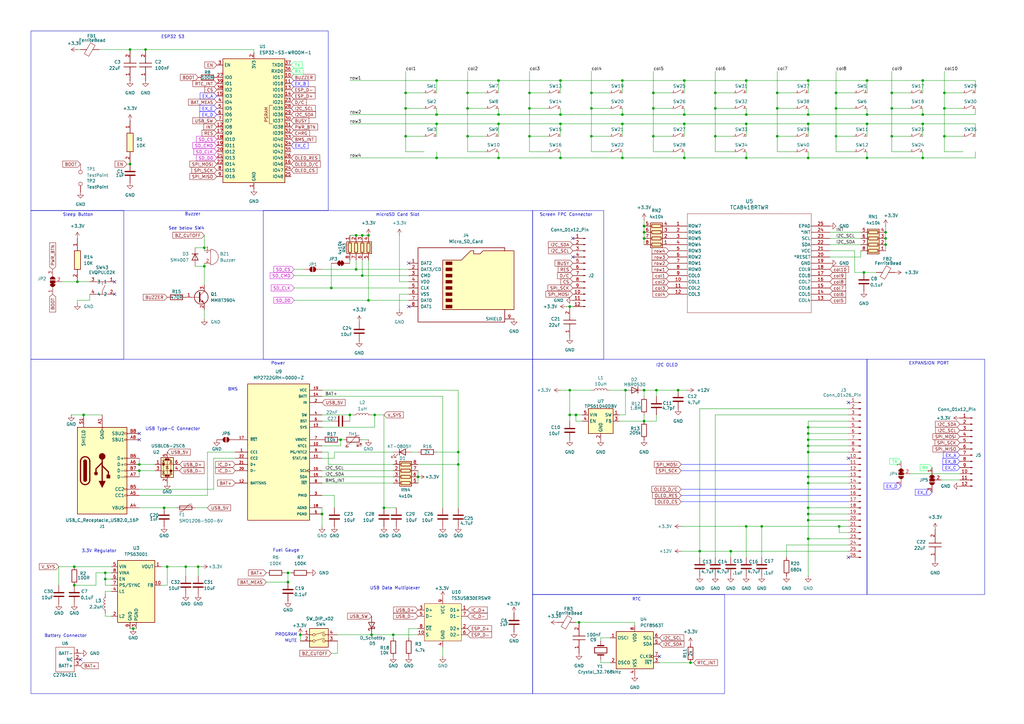
<source format=kicad_sch>
(kicad_sch (version 20250114) (generator "eeschema") (generator_version "9.0")
  (paper "A3")
  (title_block (title "E-Ink PDA Keyboard") (date "2024-10-22") (rev "V1.0") (comment 1 "Note: Parts based on JLCPCB basic parts library. Basic parts used where possible."))
  (rectangle (start 218.44 243.84) (end 297.18 284.48))
  (rectangle (start 218.44 86.36) (end 247.65 147.32))
  (rectangle (start 12.7 86.36) (end 50.8 147.32))
  (rectangle (start 218.44 147.32) (end 355.6 243.84))
  (rectangle (start 355.6 147.32) (end 403.86 243.84))
  (rectangle (start 107.95 86.36) (end 218.44 147.32))
  (rectangle (start 12.7 12.7) (end 134.62 86.36))
  (rectangle (start 12.7 147.32) (end 218.44 284.48))
  (text "Plug Sensing" (at -72.644 164.084 0) (effects (font (size 1.27 1.27))))
  (text "ESP32 S3" (at 70.866 15.24 0) (effects (font (size 1.27 1.27))))
  (text "RTC" (at 261.112 245.872 0) (effects (font (size 1.27 1.27))))
  (text "Screen FPC Connector" (at 232.156 88.138 0) (effects (font (size 1.27 1.27))))
  (text "PROGRAM" (at 117.348 260.35 0) (effects (font (size 1.27 1.27))))
  (text "Buzzer" (at 78.994 87.884 0) (effects (font (size 1.27 1.27))))
  (text "Battery Connector" (at 26.924 260.858 0) (effects (font (size 1.27 1.27))))
  (text "See below SW4" (at 76.454 93.726 0) (effects (font (size 1.27 1.27))))
  (text "Power" (at 114.046 149.098 0) (effects (font (size 1.27 1.27))))
  (text "microSD Card Slot" (at 163.068 88.138 0) (effects (font (size 1.27 1.27))))
  (text "Fuel Gauge" (at 117.348 225.806 0) (effects (font (size 1.27 1.27))))
  (text "USB Data Multiplexer" (at 162.052 241.3 0) (effects (font (size 1.27 1.27))))
  (text "USB Type-C Connector\n" (at 70.866 176.022 0) (effects (font (size 1.27 1.27))))
  (text "3.3V Regulator" (at 40.64 226.06 0) (effects (font (size 1.27 1.27))))
  (text "EXPANSION PORT" (at 381 149.098 0) (effects (font (size 1.27 1.27))))
  (text "Sleep Button" (at 32.004 88.138 0) (effects (font (size 1.27 1.27))))
  (text "MUTE" (at 119.38 262.89 0) (effects (font (size 1.27 1.27))))
  (text "BMS\n" (at 95.504 159.766 0) (effects (font (size 1.27 1.27))))
  (text "I2C OLED" (at 273.558 149.86 0) (effects (font (size 1.27 1.27))))
  (junction (at 204.47 64.77))
  (junction (at 355.6 33.02))
  (junction (at 237.49 255.27))
  (junction (at 54.61 257.81))
  (junction (at 229.87 33.02))
  (junction (at 217.17 44.45))
  (junction (at 354.33 111.76))
  (junction (at 171.45 195.58))
  (junction (at 318.77 44.45))
  (junction (at 43.18 234.95))
  (junction (at 255.27 33.02))
  (junction (at 331.47 64.77))
  (junction (at 67.31 208.28))
  (junction (at 152.4 260.35))
  (junction (at 306.07 64.77))
  (junction (at 293.37 44.45))
  (junction (at 255.27 64.77))
  (junction (at 229.87 50.8))
  (junction (at 256.54 160.02))
  (junction (at 161.29 260.35))
  (junction (at 229.87 64.77))
  (junction (at 331.47 195.58))
  (junction (at 306.07 215.9))
  (junction (at 179.07 33.02))
  (junction (at 378.46 33.02))
  (junction (at 53.34 20.32))
  (junction (at 229.87 46.99))
  (junction (at 187.96 190.5))
  (junction (at 365.76 38.1))
  (junction (at 306.07 50.8))
  (junction (at 287.02 226.06))
  (junction (at 153.67 170.18))
  (junction (at 331.47 50.8))
  (junction (at 146.05 96.52))
  (junction (at 59.69 20.32))
  (junction (at 53.34 67.31))
  (junction (at 118.11 234.95))
  (junction (at 331.47 210.82))
  (junction (at 331.47 33.02))
  (junction (at 365.76 44.45))
  (junction (at 331.47 220.98))
  (junction (at 166.37 38.1))
  (junction (at 280.67 50.8))
  (junction (at 255.27 46.99))
  (junction (at 306.07 46.99))
  (junction (at 83.82 101.6))
  (junction (at 299.72 226.06))
  (junction (at 278.13 160.02))
  (junction (at 267.97 38.1))
  (junction (at 179.07 50.8))
  (junction (at 204.47 33.02))
  (junction (at 331.47 175.26))
  (junction (at 148.59 96.52))
  (junction (at 81.28 232.41))
  (junction (at 363.22 95.25))
  (junction (at 363.22 100.33))
  (junction (at 68.58 232.41))
  (junction (at 179.07 64.77))
  (junction (at 242.57 38.1))
  (junction (at 331.47 213.36))
  (junction (at 378.46 64.77))
  (junction (at 255.27 50.8))
  (junction (at 342.9 55.88))
  (junction (at 139.7 180.34))
  (junction (at 264.16 172.72))
  (junction (at 293.37 38.1))
  (junction (at 365.76 55.88))
  (junction (at 280.67 46.99))
  (junction (at 331.47 185.42))
  (junction (at 355.6 46.99))
  (junction (at 57.15 193.04))
  (junction (at 331.47 46.99))
  (junction (at 34.29 170.18))
  (junction (at 378.46 46.99))
  (junction (at 242.57 55.88))
  (junction (at 57.15 190.5))
  (junction (at 331.47 180.34))
  (junction (at 204.47 50.8))
  (junction (at 166.37 44.45))
  (junction (at -50.8 168.91))
  (junction (at 31.75 115.57))
  (junction (at 233.68 160.02))
  (junction (at 236.22 170.18))
  (junction (at 331.47 182.88))
  (junction (at 204.47 46.99))
  (junction (at 217.17 55.88))
  (junction (at 264.16 160.02))
  (junction (at 30.48 232.41))
  (junction (at 264.16 95.25))
  (junction (at 280.67 64.77))
  (junction (at 123.19 260.35))
  (junction (at 283.21 271.78))
  (junction (at 83.82 109.22))
  (junction (at 331.47 208.28))
  (junction (at 191.77 38.1))
  (junction (at 135.89 118.11))
  (junction (at 280.67 33.02))
  (junction (at 318.77 38.1))
  (junction (at 179.07 46.99))
  (junction (at 157.48 208.28))
  (junction (at 267.97 55.88))
  (junction (at 264.16 97.79))
  (junction (at 30.48 240.03))
  (junction (at 269.24 160.02))
  (junction (at 76.2 232.41))
  (junction (at 355.6 50.8))
  (junction (at 387.35 44.45))
  (junction (at 191.77 44.45))
  (junction (at 148.59 113.03))
  (junction (at 43.18 237.49))
  (junction (at 293.37 55.88))
  (junction (at 342.9 38.1))
  (junction (at 118.11 238.76))
  (junction (at 143.51 170.18))
  (junction (at 318.77 55.88))
  (junction (at 233.68 170.18))
  (junction (at 378.46 50.8))
  (junction (at 187.96 185.42))
  (junction (at 166.37 55.88))
  (junction (at 344.17 215.9))
  (junction (at 387.35 55.88))
  (junction (at 306.07 33.02))
  (junction (at 267.97 44.45))
  (junction (at 151.13 96.52))
  (junction (at 151.13 123.19))
  (junction (at 331.47 198.12))
  (junction (at 355.6 64.77))
  (junction (at 146.05 110.49))
  (junction (at 264.16 92.71))
  (junction (at 242.57 44.45))
  (junction (at 342.9 44.45))
  (junction (at 387.35 38.1))
  (junction (at 233.68 125.73))
  (junction (at 312.42 215.9))
  (junction (at 132.08 210.82))
  (junction (at 217.17 38.1))
  (junction (at 191.77 55.88))
  (junction (at 363.22 97.79))
  (junction (at 331.47 177.8))
  (no_connect (at 347.98 165.1))
  (no_connect (at 57.15 180.34))
  (no_connect (at 167.64 107.95))
  (no_connect (at 57.15 177.8))
  (no_connect (at 270.51 269.24))
  (no_connect (at 167.64 125.73))
  (no_connect (at 46.99 120.65))
  (no_connect (at 46.99 115.57))
  (no_connect (at 234.95 105.41))
  (no_connect (at 234.95 97.79))
  (no_connect (at 347.98 228.6))
  (no_connect (at 33.02 270.51))
  (no_connect (at 347.98 187.96))
  (wire (pts (xy 269.24 172.72) (xy 264.16 172.72)))
  (wire (pts (xy 157.48 208.28) (xy 162.56 208.28)))
  (wire (pts (xy 331.47 50.8) (xy 331.47 55.88)))
  (wire (pts (xy 30.48 232.41) (xy 45.72 232.41)))
  (wire (pts (xy 279.4 200.66) (xy 347.98 200.66)) (stroke (width 0) (color 0 14 255 1)))
  (wire (pts (xy 30.48 240.03) (xy 39.37 240.03)))
  (wire (pts (xy 68.58 232.41) (xy 76.2 232.41)))
  (wire (pts (xy 166.37 62.23) (xy 173.99 62.23)))
  (wire (pts (xy 256.54 160.02) (xy 256.54 170.18)))
  (wire (pts (xy 331.47 64.77) (xy 355.6 64.77)))
  (wire (pts (xy 400.05 46.99) (xy 400.05 44.45)))
  (wire (pts (xy 264.16 170.18) (xy 264.16 172.72)))
  (wire (pts (xy 254 172.72) (xy 264.16 172.72)))
  (wire (pts (xy 146.05 106.68) (xy 146.05 110.49)))
  (wire (pts (xy 132.08 162.56) (xy 181.61 162.56)))
  (wire (pts (xy 204.47 46.99) (xy 179.07 46.99)))
  (wire (pts (xy 85.09 203.2) (xy 85.09 185.42)))
  (wire (pts (xy 167.64 257.81) (xy 171.45 257.81)))
  (wire (pts (xy 242.57 44.45) (xy 242.57 55.88)))
  (wire (pts (xy 386.08 196.85) (xy 393.7 196.85)))
  (wire (pts (xy 318.77 44.45) (xy 326.39 44.45)))
  (wire (pts (xy 191.77 38.1) (xy 199.39 38.1)))
  (wire (pts (xy 229.87 160.02) (xy 233.68 160.02)))
  (wire (pts (xy 350.52 111.76) (xy 350.52 102.87)))
  (wire (pts (xy 146.05 110.49) (xy 167.64 110.49)))
  (wire (pts (xy 293.37 44.45) (xy 293.37 55.88)))
  (wire (pts (xy 400.05 50.8) (xy 400.05 55.88)))
  (wire (pts (xy 359.41 111.76) (xy 354.33 111.76)))
  (wire (pts (xy 387.35 38.1) (xy 387.35 44.45)))
  (wire (pts (xy 331.47 50.8) (xy 355.6 50.8)))
  (wire (pts (xy 31.75 123.19) (xy 36.83 123.19)))
  (wire (pts (xy 255.27 64.77) (xy 229.87 64.77)))
  (wire (pts (xy 255.27 50.8) (xy 255.27 55.88)))
  (wire (pts (xy 344.17 218.44) (xy 344.17 215.9)))
  (wire (pts (xy 400.05 64.77) (xy 400.05 62.23)))
  (wire (pts (xy 217.17 44.45) (xy 224.79 44.45)))
  (wire (pts (xy 132.08 198.12) (xy 161.29 198.12)))
  (wire (pts (xy 43.18 242.57) (xy 45.72 242.57)))
  (wire (pts (xy 363.22 97.79) (xy 363.22 100.33)))
  (wire (pts (xy 331.47 175.26) (xy 347.98 175.26)))
  (wire (pts (xy 132.08 160.02) (xy 187.96 160.02)))
  (wire (pts (xy 331.47 46.99) (xy 331.47 44.45)))
  (wire (pts (xy 217.17 38.1) (xy 224.79 38.1)))
  (wire (pts (xy 217.17 55.88) (xy 217.17 62.23)))
  (wire (pts (xy 179.07 50.8) (xy 179.07 55.88)))
  (wire (pts (xy 255.27 33.02) (xy 255.27 38.1)))
  (wire (pts (xy 233.68 160.02) (xy 242.57 160.02)))
  (wire (pts (xy 355.6 64.77) (xy 378.46 64.77)))
  (wire (pts (xy 378.46 64.77) (xy 378.46 62.23)))
  (wire (pts (xy 166.37 55.88) (xy 173.99 55.88)))
  (wire (pts (xy 255.27 46.99) (xy 255.27 44.45)))
  (wire (pts (xy 204.47 33.02) (xy 204.47 38.1)))
  (wire (pts (xy 132.08 175.26) (xy 153.67 175.26)))
  (wire (pts (xy 81.28 232.41) (xy 81.28 236.22)))
  (wire (pts (xy 267.97 44.45) (xy 275.59 44.45)))
  (wire (pts (xy 66.04 240.03) (xy 68.58 240.03)))
  (wire (pts (xy 116.84 234.95) (xy 118.11 234.95)))
  (wire (pts (xy 143.51 50.8) (xy 179.07 50.8)))
  (wire (pts (xy 140.97 180.34) (xy 139.7 180.34)))
  (wire (pts (xy 293.37 170.18) (xy 347.98 170.18)))
  (wire (pts (xy 293.37 38.1) (xy 300.99 38.1)))
  (wire (pts (xy 264.16 95.25) (xy 264.16 97.79)))
  (wire (pts (xy 242.57 55.88) (xy 250.19 55.88)))
  (wire (pts (xy 132.08 210.82) (xy 132.08 215.9)))
  (wire (pts (xy 387.35 44.45) (xy 387.35 55.88)))
  (wire (pts (xy 347.98 223.52) (xy 322.58 223.52)))
  (wire (pts (xy 171.45 193.04) (xy 171.45 195.58)))
  (wire (pts (xy 132.08 170.18) (xy 143.51 170.18)))
  (wire (pts (xy 57.15 193.04) (xy 63.5 193.04)))
  (wire (pts (xy 331.47 33.02) (xy 306.07 33.02)))
  (wire (pts (xy 255.27 50.8) (xy 229.87 50.8)))
  (wire (pts (xy 68.58 232.41) (xy 68.58 240.03)))
  (wire (pts (xy 280.67 46.99) (xy 255.27 46.99)))
  (wire (pts (xy 24.13 232.41) (xy 30.48 232.41)))
  (wire (pts (xy 166.37 38.1) (xy 173.99 38.1)))
  (wire (pts (xy 242.57 62.23) (xy 250.19 62.23)))
  (wire (pts (xy 181.61 269.24) (xy 181.61 265.43)))
  (wire (pts (xy 120.65 110.49) (xy 124.46 110.49)))
  (wire (pts (xy 191.77 44.45) (xy 199.39 44.45)))
  (wire (pts (xy 378.46 64.77) (xy 400.05 64.77)))
  (wire (pts (xy 153.67 170.18) (xy 157.48 170.18)))
  (wire (pts (xy 39.37 234.95) (xy 43.18 234.95)))
  (wire (pts (xy 229.87 64.77) (xy 229.87 62.23)))
  (wire (pts (xy 143.51 170.18) (xy 143.51 172.72)))
  (wire (pts (xy 163.83 120.65) (xy 167.64 120.65)))
  (wire (pts (xy 269.24 160.02) (xy 264.16 160.02)))
  (wire (pts (xy 166.37 55.88) (xy 166.37 62.23)))
  (wire (pts (xy 120.65 113.03) (xy 148.59 113.03)))
  (wire (pts (xy 267.97 38.1) (xy 267.97 44.45)))
  (wire (pts (xy 264.16 90.17) (xy 264.16 92.71)))
  (wire (pts (xy 340.36 100.33) (xy 353.06 100.33)))
  (wire (pts (xy 373.38 194.31) (xy 393.7 194.31)))
  (wire (pts (xy 342.9 38.1) (xy 350.52 38.1)))
  (wire (pts (xy 342.9 55.88) (xy 350.52 55.88)))
  (wire (pts (xy 293.37 62.23) (xy 300.99 62.23)))
  (wire (pts (xy 132.08 193.04) (xy 161.29 193.04)))
  (wire (pts (xy 217.17 62.23) (xy 224.79 62.23)))
  (wire (pts (xy 246.38 270.51) (xy 246.38 271.78)))
  (wire (pts (xy 43.18 237.49) (xy 43.18 234.95)))
  (wire (pts (xy 163.83 127) (xy 163.83 120.65)))
  (wire (pts (xy 365.76 62.23) (xy 373.38 62.23)))
  (wire (pts (xy 161.29 260.35) (xy 171.45 260.35)))
  (wire (pts (xy 306.07 215.9) (xy 312.42 215.9)))
  (wire (pts (xy 242.57 55.88) (xy 242.57 62.23)))
  (wire (pts (xy 204.47 50.8) (xy 204.47 55.88)))
  (wire (pts (xy 378.46 46.99) (xy 378.46 44.45)))
  (wire (pts (xy 340.36 105.41) (xy 353.06 105.41)))
  (wire (pts (xy 132.08 182.88) (xy 139.7 182.88)))
  (wire (pts (xy 331.47 64.77) (xy 331.47 62.23)))
  (wire (pts (xy 264.16 162.56) (xy 264.16 160.02)))
  (wire (pts (xy 264.16 92.71) (xy 264.16 95.25)))
  (wire (pts (xy 378.46 33.02) (xy 378.46 38.1)))
  (wire (pts (xy 342.9 38.1) (xy 342.9 44.45)))
  (wire (pts (xy 246.38 271.78) (xy 250.19 271.78)))
  (wire (pts (xy 255.27 33.02) (xy 229.87 33.02)))
  (wire (pts (xy 229.87 50.8) (xy 204.47 50.8)))
  (wire (pts (xy 152.4 170.18) (xy 153.67 170.18)))
  (wire (pts (xy 191.77 62.23) (xy 199.39 62.23)))
  (wire (pts (xy 353.06 105.41) (xy 353.06 102.87)))
  (wire (pts (xy 132.08 110.49) (xy 146.05 110.49)))
  (wire (pts (xy 118.11 234.95) (xy 119.38 234.95)))
  (wire (pts (xy 45.72 237.49) (xy 43.18 237.49)))
  (wire (pts (xy 355.6 33.02) (xy 378.46 33.02)))
  (wire (pts (xy 267.97 55.88) (xy 275.59 55.88)))
  (wire (pts (xy 340.36 95.25) (xy 353.06 95.25)))
  (wire (pts (xy 187.96 160.02) (xy 187.96 185.42)))
  (wire (pts (xy 255.27 64.77) (xy 255.27 62.23)))
  (wire (pts (xy 331.47 198.12) (xy 331.47 208.28)))
  (wire (pts (xy 331.47 46.99) (xy 355.6 46.99)))
  (wire (pts (xy 43.18 251.46) (xy 43.18 252.73)))
  (wire (pts (xy 81.28 232.41) (xy 82.55 232.41)))
  (wire (pts (xy 57.15 190.5) (xy 63.5 190.5)))
  (wire (pts (xy 167.64 261.62) (xy 167.64 257.81)))
  (wire (pts (xy 67.31 208.28) (xy 72.39 208.28)))
  (wire (pts (xy 280.67 33.02) (xy 280.67 38.1)))
  (wire (pts (xy 269.24 160.02) (xy 269.24 162.56)))
  (wire (pts (xy 280.67 50.8) (xy 255.27 50.8)))
  (wire (pts (xy 306.07 64.77) (xy 306.07 62.23)))
  (wire (pts (xy 43.18 243.84) (xy 43.18 242.57)))
  (wire (pts (xy 355.6 33.02) (xy 355.6 38.1)))
  (wire (pts (xy 278.13 160.02) (xy 269.24 160.02)))
  (wire (pts (xy 204.47 50.8) (xy 179.07 50.8)))
  (wire (pts (xy 83.82 107.95) (xy 83.82 109.22)))
  (wire (pts (xy 39.37 240.03) (xy 39.37 234.95)))
  (wire (pts (xy 83.82 130.81) (xy 83.82 127)))
  (wire (pts (xy 279.4 226.06) (xy 287.02 226.06)))
  (wire (pts (xy 148.59 106.68) (xy 148.59 113.03)))
  (wire (pts (xy 229.87 50.8) (xy 229.87 55.88)))
  (wire (pts (xy 123.19 260.35) (xy 123.19 262.89)))
  (wire (pts (xy 287.02 226.06) (xy 299.72 226.06)))
  (wire (pts (xy 365.76 29.21) (xy 365.76 38.1)))
  (wire (pts (xy 331.47 208.28) (xy 347.98 208.28)))
  (wire (pts (xy 331.47 210.82) (xy 347.98 210.82)))
  (wire (pts (xy 365.76 44.45) (xy 365.76 55.88)))
  (wire (pts (xy 306.07 46.99) (xy 280.67 46.99)))
  (wire (pts (xy 181.61 162.56) (xy 181.61 208.28)))
  (wire (pts (xy 137.16 185.42) (xy 137.16 187.96)))
  (wire (pts (xy 217.17 38.1) (xy 217.17 44.45)))
  (wire (pts (xy 331.47 177.8) (xy 347.98 177.8)))
  (wire (pts (xy 161.29 185.42) (xy 137.16 185.42)))
  (wire (pts (xy 312.42 215.9) (xy 344.17 215.9)))
  (wire (pts (xy 331.47 50.8) (xy 306.07 50.8)))
  (wire (pts (xy 204.47 64.77) (xy 179.07 64.77)))
  (wire (pts (xy 143.51 170.18) (xy 144.78 170.18)))
  (wire (pts (xy 267.97 44.45) (xy 267.97 55.88)))
  (wire (pts (xy 163.83 115.57) (xy 167.64 115.57)))
  (wire (pts (xy 280.67 64.77) (xy 280.67 62.23)))
  (wire (pts (xy 151.13 180.34) (xy 148.59 180.34)))
  (wire (pts (xy 306.07 33.02) (xy 280.67 33.02)))
  (wire (pts (xy 318.77 38.1) (xy 318.77 44.45)))
  (wire (pts (xy 306.07 50.8) (xy 280.67 50.8)))
  (wire (pts (xy 355.6 64.77) (xy 355.6 62.23)))
  (wire (pts (xy 365.76 38.1) (xy 365.76 44.45)))
  (wire (pts (xy 229.87 33.02) (xy 204.47 33.02)))
  (wire (pts (xy 238.76 172.72) (xy 236.22 172.72)))
  (wire (pts (xy 191.77 55.88) (xy 199.39 55.88)))
  (wire (pts (xy 179.07 185.42) (xy 187.96 185.42)))
  (wire (pts (xy 331.47 172.72) (xy 331.47 175.26)))
  (wire (pts (xy 387.35 29.21) (xy 387.35 38.1)))
  (wire (pts (xy 331.47 180.34) (xy 331.47 182.88)))
  (wire (pts (xy 191.77 29.21) (xy 191.77 38.1)))
  (wire (pts (xy 76.2 232.41) (xy 81.28 232.41)))
  (wire (pts (xy -50.8 172.72) (xy -50.8 168.91)))
  (wire (pts (xy 279.4 215.9) (xy 306.07 215.9)))
  (wire (pts (xy 146.05 96.52) (xy 148.59 96.52)))
  (wire (pts (xy 29.21 170.18) (xy 34.29 170.18)))
  (wire (pts (xy 342.9 44.45) (xy 350.52 44.45)))
  (wire (pts (xy 236.22 172.72) (xy 236.22 170.18)))
  (wire (pts (xy 365.76 44.45) (xy 373.38 44.45)))
  (wire (pts (xy 306.07 64.77) (xy 280.67 64.77)))
  (wire (pts (xy 387.35 55.88) (xy 394.97 55.88)))
  (wire (pts (xy 54.61 257.81) (xy 55.88 257.81)))
  (wire (pts (xy 378.46 50.8) (xy 378.46 55.88)))
  (wire (pts (xy 331.47 33.02) (xy 331.47 38.1)))
  (wire (pts (xy 306.07 215.9) (xy 306.07 228.6)))
  (wire (pts (xy 171.45 190.5) (xy 187.96 190.5)))
  (wire (pts (xy 57.15 195.58) (xy 57.15 193.04)))
  (wire (pts (xy 43.18 234.95) (xy 45.72 234.95)))
  (wire (pts (xy 109.22 238.76) (xy 118.11 238.76)))
  (wire (pts (xy 318.77 29.21) (xy 318.77 38.1)))
  (wire (pts (xy 387.35 44.45) (xy 394.97 44.45)))
  (wire (pts (xy 331.47 220.98) (xy 331.47 236.22)))
  (wire (pts (xy 57.15 200.66) (xy 87.63 200.66)))
  (wire (pts (xy 331.47 213.36) (xy 331.47 220.98)))
  (wire (pts (xy 57.15 208.28) (xy 67.31 208.28)))
  (wire (pts (xy 31.75 115.57) (xy 36.83 115.57)))
  (wire (pts (xy 83.82 101.6) (xy 83.82 102.87)))
  (wire (pts (xy 143.51 106.68) (xy 143.51 107.95)))
  (wire (pts (xy 143.51 96.52) (xy 146.05 96.52)))
  (wire (pts (xy 135.89 107.95) (xy 135.89 118.11)))
  (wire (pts (xy 299.72 226.06) (xy 299.72 228.6)))
  (wire (pts (xy 318.77 38.1) (xy 326.39 38.1)))
  (wire (pts (xy 284.48 271.78) (xy 283.21 271.78)))
  (wire (pts (xy 331.47 182.88) (xy 331.47 185.42)))
  (wire (pts (xy 280.67 33.02) (xy 255.27 33.02)))
  (wire (pts (xy 256.54 170.18) (xy 254 170.18)))
  (wire (pts (xy 378.46 46.99) (xy 400.05 46.99)))
  (wire (pts (xy 355.6 50.8) (xy 378.46 50.8)))
  (wire (pts (xy 132.08 203.2) (xy 137.16 203.2)))
  (wire (pts (xy 363.22 95.25) (xy 363.22 97.79)))
  (wire (pts (xy 80.01 101.6) (xy 83.82 101.6)))
  (wire (pts (xy 365.76 55.88) (xy 365.76 62.23)))
  (wire (pts (xy 166.37 29.21) (xy 166.37 38.1)))
  (wire (pts (xy 355.6 46.99) (xy 378.46 46.99)))
  (wire (pts (xy 45.72 240.03) (xy 43.18 240.03)))
  (wire (pts (xy 132.08 185.42) (xy 134.62 185.42)))
  (wire (pts (xy 53.34 257.81) (xy 54.61 257.81)))
  (wire (pts (xy 191.77 44.45) (xy 191.77 55.88)))
  (wire (pts (xy 306.07 50.8) (xy 306.07 55.88)))
  (wire (pts (xy 217.17 44.45) (xy 217.17 55.88)))
  (wire (pts (xy 267.97 55.88) (xy 267.97 62.23)))
  (wire (pts (xy 378.46 33.02) (xy 400.05 33.02)))
  (wire (pts (xy 43.18 240.03) (xy 43.18 237.49)))
  (wire (pts (xy 264.16 97.79) (xy 264.16 100.33)))
  (wire (pts (xy 331.47 195.58) (xy 347.98 195.58)))
  (wire (pts (xy 57.15 190.5) (xy 57.15 187.96)))
  (wire (pts (xy 242.57 38.1) (xy 242.57 44.45)))
  (wire (pts (xy 80.01 208.28) (xy 85.09 208.28)))
  (wire (pts (xy 250.19 160.02) (xy 256.54 160.02)))
  (wire (pts (xy 191.77 55.88) (xy 191.77 62.23)))
  (wire (pts (xy 168.91 185.42) (xy 171.45 185.42)))
  (wire (pts (xy 179.07 33.02) (xy 179.07 38.1)))
  (wire (pts (xy 148.59 113.03) (xy 167.64 113.03)))
  (wire (pts (xy 232.41 125.73) (xy 233.68 125.73)))
  (wire (pts (xy 157.48 170.18) (xy 157.48 208.28)))
  (wire (pts (xy 331.47 64.77) (xy 306.07 64.77)))
  (wire (pts (xy 57.15 203.2) (xy 85.09 203.2)))
  (wire (pts (xy 242.57 44.45) (xy 250.19 44.45)))
  (wire (pts (xy 87.63 187.96) (xy 96.52 187.96)))
  (wire (pts (xy 151.13 123.19) (xy 167.64 123.19)))
  (wire (pts (xy 347.98 172.72) (xy 331.47 172.72)))
  (wire (pts (xy 171.45 195.58) (xy 171.45 198.12)))
  (wire (pts (xy 331.47 185.42) (xy 331.47 195.58)))
  (wire (pts (xy 318.77 44.45) (xy 318.77 55.88)))
  (wire (pts (xy 66.04 232.41) (xy 68.58 232.41)))
  (wire (pts (xy 85.09 185.42) (xy 96.52 185.42)))
  (wire (pts (xy 363.22 92.71) (xy 363.22 95.25)))
  (wire (pts (xy 229.87 46.99) (xy 229.87 44.45)))
  (wire (pts (xy 287.02 226.06) (xy 287.02 228.6)))
  (wire (pts (xy 318.77 62.23) (xy 326.39 62.23)))
  (wire (pts (xy 340.36 97.79) (xy 353.06 97.79)))
  (wire (pts (xy 151.13 106.68) (xy 151.13 123.19)))
  (wire (pts (xy 43.18 252.73) (xy 45.72 252.73)))
  (wire (pts (xy 331.47 180.34) (xy 347.98 180.34)))
  (wire (pts (xy 279.4 190.5) (xy 347.98 190.5)) (stroke (width 0) (color 0 14 255 1)))
  (wire (pts (xy 280.67 46.99) (xy 280.67 44.45)))
  (wire (pts (xy 179.07 44.45) (xy 179.07 46.99)))
  (wire (pts (xy 287.02 167.64) (xy 287.02 226.06)))
  (wire (pts (xy 347.98 218.44) (xy 344.17 218.44)))
  (wire (pts (xy 76.2 232.41) (xy 76.2 236.22)))
  (wire (pts (xy 83.82 96.52) (xy 83.82 101.6)))
  (wire (pts (xy 217.17 55.88) (xy 224.79 55.88)))
  (wire (pts (xy 143.51 33.02) (xy 179.07 33.02)))
  (wire (pts (xy 204.47 33.02) (xy 179.07 33.02)))
  (wire (pts (xy 344.17 215.9) (xy 347.98 215.9)))
  (wire (pts (xy 163.83 96.52) (xy 163.83 115.57)))
  (wire (pts (xy 293.37 55.88) (xy 300.99 55.88)))
  (wire (pts (xy 293.37 170.18) (xy 293.37 228.6)))
  (wire (pts (xy 134.62 185.42) (xy 134.62 190.5)))
  (wire (pts (xy 34.29 170.18) (xy 41.91 170.18)))
  (wire (pts (xy 331.47 46.99) (xy 306.07 46.99)))
  (wire (pts (xy 161.29 261.62) (xy 161.29 260.35)))
  (wire (pts (xy 120.65 123.19) (xy 151.13 123.19)))
  (wire (pts (xy 350.52 102.87) (xy 340.36 102.87)))
  (wire (pts (xy 132.08 208.28) (xy 132.08 210.82)))
  (wire (pts (xy 306.07 46.99) (xy 306.07 44.45)))
  (wire (pts (xy 279.4 193.04) (xy 347.98 193.04)) (stroke (width 0) (color 0 14 255 1)))
  (wire (pts (xy 331.47 33.02) (xy 355.6 33.02)))
  (wire (pts (xy 306.07 33.02) (xy 306.07 38.1)))
  (wire (pts (xy 331.47 175.26) (xy 331.47 177.8)))
  (wire (pts (xy 143.51 64.77) (xy 179.07 64.77)))
  (wire (pts (xy 153.67 175.26) (xy 153.67 170.18)))
  (wire (pts (xy 139.7 182.88) (xy 139.7 180.34)))
  (wire (pts (xy 293.37 55.88) (xy 293.37 62.23)))
  (wire (pts (xy 331.47 185.42) (xy 347.98 185.42)))
  (wire (pts (xy 331.47 198.12) (xy 347.98 198.12)))
  (wire (pts (xy 342.9 62.23) (xy 350.52 62.23)))
  (wire (pts (xy 342.9 44.45) (xy 342.9 55.88)))
  (wire (pts (xy 204.47 46.99) (xy 204.47 44.45)))
  (wire (pts (xy 287.02 167.64) (xy 347.98 167.64)))
  (wire (pts (xy 322.58 223.52) (xy 322.58 228.6)))
  (wire (pts (xy 299.72 226.06) (xy 347.98 226.06)))
  (wire (pts (xy 242.57 29.21) (xy 242.57 38.1)))
  (wire (pts (xy 312.42 215.9) (xy 312.42 228.6)))
  (wire (pts (xy 318.77 55.88) (xy 326.39 55.88)))
  (wire (pts (xy 135.89 118.11) (xy 167.64 118.11)))
  (wire (pts (xy 148.59 96.52) (xy 151.13 96.52)))
  (wire (pts (xy 104.14 20.32) (xy 104.14 21.59)))
  (wire (pts (xy 191.77 38.1) (xy 191.77 44.45)))
  (wire (pts (xy 365.76 55.88) (xy 373.38 55.88)))
  (wire (pts (xy 137.16 187.96) (xy 132.08 187.96)))
  (wire (pts (xy 260.35 255.27) (xy 260.35 256.54)))
  (wire (pts (xy 166.37 38.1) (xy 166.37 44.45)))
  (wire (pts (xy 342.9 55.88) (xy 342.9 62.23)))
  (wire (pts (xy 331.47 182.88) (xy 347.98 182.88)))
  (wire (pts (xy 331.47 177.8) (xy 331.47 180.34)))
  (wire (pts (xy 293.37 44.45) (xy 300.99 44.45)))
  (wire (pts (xy 242.57 38.1) (xy 250.19 38.1)))
  (wire (pts (xy 229.87 33.02) (xy 229.87 38.1)))
  (wire (pts (xy 280.67 50.8) (xy 280.67 55.88)))
  (wire (pts (xy 293.37 29.21) (xy 293.37 38.1)))
  (wire (pts (xy 25.4 115.57) (xy 31.75 115.57)))
  (wire (pts (xy 280.67 64.77) (xy 255.27 64.77)))
  (wire (pts (xy 236.22 255.27) (xy 237.49 255.27)))
  (wire (pts (xy 143.51 46.99) (xy 179.07 46.99)))
  (wire (pts (xy 53.34 20.32) (xy 59.69 20.32)))
  (wire (pts (xy 331.47 195.58) (xy 331.47 198.12)))
  (wire (pts (xy 246.38 262.89) (xy 246.38 261.62)))
  (wire (pts (xy 134.62 190.5) (xy 161.29 190.5)))
  (wire (pts (xy 350.52 111.76) (xy 354.33 111.76)))
  (wire (pts (xy 233.68 170.18) (xy 233.68 160.02)))
  (wire (pts (xy 229.87 64.77) (xy 204.47 64.77)))
  (wire (pts (xy 187.96 190.5) (xy 187.96 208.28)))
  (wire (pts (xy 132.08 172.72) (xy 135.89 172.72)))
  (wire (pts (xy 233.68 170.18) (xy 236.22 170.18)))
  (wire (pts (xy 31.75 20.32) (xy 33.02 20.32)))
  (wire (pts (xy 87.63 200.66) (xy 87.63 187.96)))
  (wire (pts (xy 59.69 20.32) (xy 104.14 20.32)))
  (wire (pts (xy 270.51 271.78) (xy 283.21 271.78)))
  (wire (pts (xy 355.6 46.99) (xy 355.6 44.45)))
  (wire (pts (xy 387.35 62.23) (xy 394.97 62.23)))
  (wire (pts (xy 137.16 203.2) (xy 137.16 208.28)))
  (wire (pts (xy 267.97 38.1) (xy 275.59 38.1)))
  (wire (pts (xy 24.13 232.41) (xy 24.13 240.03)))
  (wire (pts (xy 40.64 20.32) (xy 53.34 20.32)))
  (wire (pts (xy 365.76 38.1) (xy 373.38 38.1)))
  (wire (pts (xy 132.08 195.58) (xy 161.29 195.58)))
  (wire (pts (xy 233.68 125.73) (xy 234.95 125.73)))
  (wire (pts (xy 120.65 118.11) (xy 135.89 118.11)))
  (wire (pts (xy 347.98 203.2) (xy 279.4 203.2)) (stroke (width 0) (color 0 14 255 1)))
  (wire (pts (xy 255.27 46.99) (xy 229.87 46.99)))
  (wire (pts (xy 363.22 100.33) (xy 363.22 102.87)))
  (wire (pts (xy 331.47 220.98) (xy 347.98 220.98)))
  (wire (pts (xy 135.89 267.97) (xy 138.43 267.97)))
  (wire (pts (xy 331.47 208.28) (xy 331.47 210.82)))
  (wire (pts (xy 293.37 38.1) (xy 293.37 44.45)))
  (wire (pts (xy 138.43 267.97) (xy 138.43 262.89)))
  (wire (pts (xy 138.43 260.35) (xy 152.4 260.35)))
  (wire (pts (xy 342.9 29.21) (xy 342.9 38.1)))
  (wire (pts (xy 237.49 255.27) (xy 260.35 255.27)))
  (wire (pts (xy 267.97 29.21) (xy 267.97 38.1)))
  (wire (pts (xy 387.35 55.88) (xy 387.35 62.23)))
  (wire (pts (xy 400.05 33.02) (xy 400.05 38.1)))
  (wire (pts (xy 187.96 185.42) (xy 187.96 190.5)))
  (wire (pts (xy 279.4 205.74) (xy 347.98 205.74)) (stroke (width 0) (color 0 14 255 1)))
  (wire (pts (xy 166.37 44.45) (xy 173.99 44.45)))
  (wire (pts (xy 36.83 123.19) (xy 36.83 120.65)))
  (wire (pts (xy 152.4 260.35) (xy 161.29 260.35)))
  (wire (pts (xy 217.17 29.21) (xy 217.17 38.1)))
  (wire (pts (xy 387.35 38.1) (xy 394.97 38.1)))
  (wire (pts (xy 204.47 64.77) (xy 204.47 62.23)))
  (wire (pts (xy 331.47 210.82) (xy 331.47 213.36)))
  (wire (pts (xy 238.76 170.18) (xy 236.22 170.18)))
  (wire (pts (xy 269.24 170.18) (xy 269.24 172.72)))
  (wire (pts (xy 31.75 123.19) (xy 31.75 124.46)))
  (wire (pts (xy 355.6 50.8) (xy 355.6 55.88)))
  (wire (pts (xy 347.98 213.36) (xy 331.47 213.36)))
  (wire (pts (xy 267.97 62.23) (xy 275.59 62.23)))
  (wire (pts (xy 246.38 261.62) (xy 250.19 261.62)))
  (wire (pts (xy 80.01 109.22) (xy 83.82 109.22)))
  (wire (pts (xy 378.46 50.8) (xy 400.05 50.8)))
  (wire (pts (xy 233.68 172.72) (xy 233.68 170.18)))
  (wire (pts (xy 52.07 67.31) (xy 53.34 67.31)))
  (wire (pts (xy 118.11 234.95) (xy 118.11 238.76)))
  (wire (pts (xy 83.82 109.22) (xy 83.82 116.84)))
  (wire (pts (xy 281.94 160.02) (xy 278.13 160.02)))
  (wire (pts (xy 166.37 44.45) (xy 166.37 55.88)))
  (wire (pts (xy 179.07 64.77) (xy 179.07 62.23)))
  (wire (pts (xy 318.77 55.88) (xy 318.77 62.23)))
  (wire (pts (xy 229.87 46.99) (xy 204.47 46.99)))
  (label "col10" (at 387.35 29.21 0))
  (label "col5" (at 267.97 29.21 0))
  (label "row2" (at 143.51 46.99 0))
  (label "col3" (at 217.17 29.21 0))
  (label "col1" (at 166.37 29.21 0))
  (label "col7" (at 318.77 29.21 0))
  (label "col9" (at 365.76 29.21 0))
  (label "I2C_SDA" (at 342.9 100.33 0))
  (label "row4" (at 143.51 64.77 0))
  (label "I2C_SDA" (at 133.35 195.58 0))
  (label "col6" (at 293.37 29.21 0))
  (label "col2" (at 191.77 29.21 0))
  (label "BMS_INT" (at 133.35 198.12 0))
  (label "I2C_SCL" (at 342.9 97.79 0))
  (label "BAT+" (at 133.35 162.56 0))
  (label "I2C_SCL" (at 133.35 193.04 0))
  (label "col4" (at 242.57 29.21 0))
  (label "col8" (at 342.9 29.21 0))
  (label "INT" (at 342.9 95.25 0))
  (label "row3" (at 143.51 50.8 0))
  (label "row1" (at 143.51 33.02 0))
  (global_label "OLED_RES" (shape input) (at 279.4 203.2 180) (property "Intersheetrefs" "${INTERSHEET_REFS}" (effects (hide yes))))
  (global_label "EX_C" (shape input) (at 119.38 59.69 0) (property "Intersheetrefs" "${INTERSHEET_REFS}" (effects (hide yes))))
  (global_label "RTC_INT" (shape input) (at 88.9 34.29 180) (property "Intersheetrefs" "${INTERSHEET_REFS}" (effects (hide yes))))
  (global_label "V_SYS" (shape input) (at 157.48 170.18 0) (property "Intersheetrefs" "${INTERSHEET_REFS}" (effects (hide yes))))
  (global_label "I2C_SCL" (shape input) (at 234.95 102.87 180) (property "Intersheetrefs" "${INTERSHEET_REFS}" (effects (hide yes))))
  (global_label "OLED_RES" (shape input) (at 119.38 64.77 0) (property "Intersheetrefs" "${INTERSHEET_REFS}" (effects (hide yes))))
  (global_label "I2C_SDA" (shape input) (at 270.51 264.16 0) (property "Intersheetrefs" "${INTERSHEET_REFS}" (effects (hide yes))))
  (global_label "V_SYS" (shape input) (at 24.13 232.41 180) (property "Intersheetrefs" "${INTERSHEET_REFS}" (effects (hide yes))))
  (global_label "BUZZER" (shape input) (at 119.38 31.75 0) (property "Intersheetrefs" "${INTERSHEET_REFS}" (effects (hide yes))))
  (global_label "EX_B" (shape input) (at 119.38 34.29 0) (property "Intersheetrefs" "${INTERSHEET_REFS}" (effects (hide yes))))
  (global_label "USB_D+" (shape input) (at 73.66 190.5 0) (property "Intersheetrefs" "${INTERSHEET_REFS}" (effects (hide yes))))
  (global_label "TX" (shape input) (at 119.38 26.67 0) (property "Intersheetrefs" "${INTERSHEET_REFS}" (effects (hide yes))))
  (global_label "BUSY" (shape input) (at 119.38 49.53 0) (property "Intersheetrefs" "${INTERSHEET_REFS}" (effects (hide yes))))
  (global_label "RX" (shape input) (at 119.38 29.21 0) (property "Intersheetrefs" "${INTERSHEET_REFS}" (effects (hide yes))))
  (global_label "EN" (shape input) (at 88.9 26.67 180) (property "Intersheetrefs" "${INTERSHEET_REFS}" (effects (hide yes))))
  (global_label "I2C_SCL" (shape input) (at 119.38 44.45 0) (property "Intersheetrefs" "${INTERSHEET_REFS}" (effects (hide yes))))
  (global_label "BAT_MEAS" (shape input) (at 109.22 238.76 180) (property "Intersheetrefs" "${INTERSHEET_REFS}" (effects (hide yes))))
  (global_label "SPI_MOSI" (shape input) (at 88.9 67.31 180) (property "Intersheetrefs" "${INTERSHEET_REFS}" (effects (hide yes))))
  (global_label "OLED_D{slash}C" (shape input) (at 119.38 67.31 0) (property "Intersheetrefs" "${INTERSHEET_REFS}" (effects (hide yes))))
  (global_label "USB_5V" (shape input) (at 68.58 185.42 0) (property "Intersheetrefs" "${INTERSHEET_REFS}" (effects (hide yes))))
  (global_label "BZ_CUTOFF" (shape input) (at 135.89 267.97 180) (property "Intersheetrefs" "${INTERSHEET_REFS}" (effects (hide yes))))
  (global_label "IC_D+" (shape input) (at 96.52 190.5 180) (property "Intersheetrefs" "${INTERSHEET_REFS}" (effects (hide yes))))
  (global_label "INT" (shape input) (at 88.9 52.07 180) (property "Intersheetrefs" "${INTERSHEET_REFS}" (effects (hide yes))))
  (global_label "SPI_SCK" (shape input) (at 279.4 193.04 180) (property "Intersheetrefs" "${INTERSHEET_REFS}" (effects (hide yes))))
  (global_label "BOOT" (shape input) (at 33.02 67.31 180) (property "Intersheetrefs" "${INTERSHEET_REFS}" (effects (hide yes))))
  (global_label "CHRG" (shape input) (at -50.8 172.72 0) (property "Intersheetrefs" "${INTERSHEET_REFS}" (effects (hide yes))))
  (global_label "SD_CMD" (shape input) (at 120.65 113.03 180) (property "Intersheetrefs" "${INTERSHEET_REFS}" (effects (hide yes))))
  (global_label "BMS_INT" (shape input) (at 119.38 57.15 0) (property "Intersheetrefs" "${INTERSHEET_REFS}" (effects (hide yes))))
  (global_label "EX_E" (shape input) (at 382.27 201.93 180) (property "Intersheetrefs" "${INTERSHEET_REFS}" (effects (hide yes))))
  (global_label "SD_CLK" (shape input) (at 120.65 118.11 180) (property "Intersheetrefs" "${INTERSHEET_REFS}" (effects (hide yes))))
  (global_label "CS" (shape input) (at 88.9 36.83 180) (property "Intersheetrefs" "${INTERSHEET_REFS}" (effects (hide yes))))
  (global_label "col7" (shape input) (at 340.36 118.11 0) (property "Intersheetrefs" "${INTERSHEET_REFS}" (effects (hide yes))))
  (global_label "SD_CS" (shape input) (at 120.65 110.49 180) (property "Intersheetrefs" "${INTERSHEET_REFS}" (effects (hide yes))))
  (global_label "col8" (shape input) (at 340.36 115.57 0) (property "Intersheetrefs" "${INTERSHEET_REFS}" (effects (hide yes))))
  (global_label "USB_SW" (shape input) (at 152.4 252.73 180) (property "Intersheetrefs" "${INTERSHEET_REFS}" (effects (hide yes))))
  (global_label "EN" (shape input) (at 52.07 67.31 180) (property "Intersheetrefs" "${INTERSHEET_REFS}" (effects (hide yes))))
  (global_label "USB_5V" (shape input) (at -68.58 168.91 180) (property "Intersheetrefs" "${INTERSHEET_REFS}" (effects (hide yes))))
  (global_label "SPI_MISO" (shape input) (at 393.7 184.15 180) (property "Intersheetrefs" "${INTERSHEET_REFS}" (effects (hide yes))))
  (global_label "SD_CLK" (shape input) (at 88.9 62.23 180) (property "Intersheetrefs" "${INTERSHEET_REFS}" (effects (hide yes))))
  (global_label "col5" (shape input) (at 340.36 123.19 0) (property "Intersheetrefs" "${INTERSHEET_REFS}" (effects (hide yes))))
  (global_label "D{slash}C" (shape input) (at 234.95 113.03 180) (property "Intersheetrefs" "${INTERSHEET_REFS}" (effects (hide yes))))
  (global_label "TX" (shape input) (at 369.57 189.23 180) (property "Intersheetrefs" "${INTERSHEET_REFS}" (effects (hide yes))))
  (global_label "USB_D-" (shape input) (at 171.45 252.73 180) (property "Intersheetrefs" "${INTERSHEET_REFS}" (effects (hide yes))))
  (global_label "USB_5V" (shape input) (at 85.09 208.28 0) (property "Intersheetrefs" "${INTERSHEET_REFS}" (effects (hide yes))))
  (global_label "SPI_MOSI" (shape input) (at 234.95 120.65 180) (property "Intersheetrefs" "${INTERSHEET_REFS}" (effects (hide yes))))
  (global_label "ESP_D-" (shape input) (at 119.38 36.83 0) (property "Intersheetrefs" "${INTERSHEET_REFS}" (effects (hide yes))))
  (global_label "row4" (shape input) (at 274.32 102.87 180) (property "Intersheetrefs" "${INTERSHEET_REFS}" (effects (hide yes))))
  (global_label "RES" (shape input) (at 234.95 110.49 180) (property "Intersheetrefs" "${INTERSHEET_REFS}" (effects (hide yes))))
  (global_label "EX_A" (shape input) (at 393.7 186.69 180) (property "Intersheetrefs" "${INTERSHEET_REFS}" (effects (hide yes))))
  (global_label "I2C_SCL" (shape input) (at 270.51 261.62 0) (property "Intersheetrefs" "${INTERSHEET_REFS}" (effects (hide yes))))
  (global_label "col2" (shape input) (at 274.32 115.57 180) (property "Intersheetrefs" "${INTERSHEET_REFS}" (effects (hide yes))))
  (global_label "OLED_CS" (shape input) (at 279.4 205.74 180) (property "Intersheetrefs" "${INTERSHEET_REFS}" (effects (hide yes))))
  (global_label "SPI_MOSI" (shape input) (at 393.7 179.07 180) (property "Intersheetrefs" "${INTERSHEET_REFS}" (effects (hide yes))))
  (global_label "BOOT" (shape input) (at 81.28 31.75 180) (property "Intersheetrefs" "${INTERSHEET_REFS}" (effects (hide yes))))
  (global_label "RX" (shape input) (at 382.27 191.77 180) (property "Intersheetrefs" "${INTERSHEET_REFS}" (effects (hide yes))))
  (global_label "IC_D-" (shape input) (at 96.52 193.04 180) (property "Intersheetrefs" "${INTERSHEET_REFS}" (effects (hide yes))))
  (global_label "BAT+" (shape input) (at 109.22 234.95 180) (property "Intersheetrefs" "${INTERSHEET_REFS}" (effects (hide yes))))
  (global_label "col3" (shape input) (at 274.32 118.11 180) (property "Intersheetrefs" "${INTERSHEET_REFS}" (effects (hide yes))))
  (global_label "ESP_D+" (shape input) (at 119.38 39.37 0) (property "Intersheetrefs" "${INTERSHEET_REFS}" (effects (hide yes))))
  (global_label "USB_SW" (shape input) (at 88.9 49.53 180) (property "Intersheetrefs" "${INTERSHEET_REFS}" (effects (hide yes))))
  (global_label "BUSY" (shape input) (at 234.95 107.95 180) (property "Intersheetrefs" "${INTERSHEET_REFS}" (effects (hide yes))))
  (global_label "SD_CMD" (shape input) (at 88.9 59.69 180) (property "Intersheetrefs" "${INTERSHEET_REFS}" (effects (hide yes))))
  (global_label "I2C_SDA" (shape input) (at 234.95 100.33 180) (property "Intersheetrefs" "${INTERSHEET_REFS}" (effects (hide yes))))
  (global_label "D{slash}C" (shape input) (at 119.38 41.91 0) (property "Intersheetrefs" "${INTERSHEET_REFS}" (effects (hide yes))))
  (global_label "USB_D+" (shape input) (at 171.45 250.19 180) (property "Intersheetrefs" "${INTERSHEET_REFS}" (effects (hide yes))))
  (global_label "ESP_D-" (shape input) (at 191.77 260.35 0) (property "Intersheetrefs" "${INTERSHEET_REFS}" (effects (hide yes))))
  (global_label "CS" (shape input) (at 234.95 115.57 180) (property "Intersheetrefs" "${INTERSHEET_REFS}" (effects (hide yes))))
  (global_label "OLED_D{slash}C" (shape input) (at 279.4 200.66 180) (property "Intersheetrefs" "${INTERSHEET_REFS}" (effects (hide yes))))
  (global_label "SPI_SCK" (shape input) (at 88.9 69.85 180) (property "Intersheetrefs" "${INTERSHEET_REFS}" (effects (hide yes))))
  (global_label "PWR_BTN" (shape input) (at 119.38 52.07 0) (property "Intersheetrefs" "${INTERSHEET_REFS}" (effects (hide yes))))
  (global_label "EX_A" (shape input) (at 88.9 39.37 180) (property "Intersheetrefs" "${INTERSHEET_REFS}" (effects (hide yes))))
  (global_label "ESP_D+" (shape input) (at 191.77 257.81 0) (property "Intersheetrefs" "${INTERSHEET_REFS}" (effects (hide yes))))
  (global_label "BUZZER" (shape input) (at 68.58 121.92 180) (property "Intersheetrefs" "${INTERSHEET_REFS}" (effects (hide yes))))
  (global_label "BAT_MEAS" (shape input) (at 88.9 41.91 180) (property "Intersheetrefs" "${INTERSHEET_REFS}" (effects (hide yes))))
  (global_label "col10" (shape input) (at 340.36 110.49 0) (property "Intersheetrefs" "${INTERSHEET_REFS}" (effects (hide yes))))
  (global_label "col4" (shape input) (at 274.32 120.65 180) (property "Intersheetrefs" "${INTERSHEET_REFS}" (effects (hide yes))))
  (global_label "EX_E" (shape input) (at 88.9 44.45 180) (property "Intersheetrefs" "${INTERSHEET_REFS}" (effects (hide yes))))
  (global_label "SPI_SCK" (shape input) (at 393.7 181.61 180) (property "Intersheetrefs" "${INTERSHEET_REFS}" (effects (hide yes))))
  (global_label "row3" (shape input) (at 274.32 105.41 180) (property "Intersheetrefs" "${INTERSHEET_REFS}" (effects (hide yes))))
  (global_label "SD_D0" (shape input) (at 88.9 64.77 180) (property "Intersheetrefs" "${INTERSHEET_REFS}" (effects (hide yes))))
  (global_label "OLED_CS" (shape input) (at 119.38 69.85 0) (property "Intersheetrefs" "${INTERSHEET_REFS}" (effects (hide yes))))
  (global_label "col6" (shape input) (at 340.36 120.65 0) (property "Intersheetrefs" "${INTERSHEET_REFS}" (effects (hide yes))))
  (global_label "PWR_BTN" (shape input) (at 21.59 110.49 90) (property "Intersheetrefs" "${INTERSHEET_REFS}" (effects (hide yes))))
  (global_label "RES" (shape input) (at 88.9 54.61 180) (property "Intersheetrefs" "${INTERSHEET_REFS}" (effects (hide yes))))
  (global_label "IC_D-" (shape input) (at 191.77 252.73 0) (property "Intersheetrefs" "${INTERSHEET_REFS}" (effects (hide yes))))
  (global_label "row1" (shape input) (at 274.32 110.49 180) (property "Intersheetrefs" "${INTERSHEET_REFS}" (effects (hide yes))))
  (global_label "EX_B" (shape input) (at 393.7 189.23 180) (property "Intersheetrefs" "${INTERSHEET_REFS}" (effects (hide yes))))
  (global_label "I2C_SDA" (shape input) (at 119.38 46.99 0) (property "Intersheetrefs" "${INTERSHEET_REFS}" (effects (hide yes))))
  (global_label "SD_CS" (shape input) (at 88.9 57.15 180) (property "Intersheetrefs" "${INTERSHEET_REFS}" (effects (hide yes))))
  (global_label "BAT+" (shape input) (at 33.02 273.05 0) (property "Intersheetrefs" "${INTERSHEET_REFS}" (effects (hide yes))))
  (global_label "CHRG" (shape input) (at 119.38 54.61 0) (property "Intersheetrefs" "${INTERSHEET_REFS}" (effects (hide yes))))
  (global_label "EX_D" (shape input) (at 369.57 199.39 180) (property "Intersheetrefs" "${INTERSHEET_REFS}" (effects (hide yes))))
  (global_label "col9" (shape input) (at 340.36 113.03 0) (property "Intersheetrefs" "${INTERSHEET_REFS}" (effects (hide yes))))
  (global_label "row2" (shape input) (at 274.32 107.95 180) (property "Intersheetrefs" "${INTERSHEET_REFS}" (effects (hide yes))))
  (global_label "col1" (shape input) (at 274.32 113.03 180) (property "Intersheetrefs" "${INTERSHEET_REFS}" (effects (hide yes))))
  (global_label "I2C_SDA" (shape input) (at 393.7 173.99 180) (property "Intersheetrefs" "${INTERSHEET_REFS}" (effects (hide yes))))
  (global_label "SPI_MISO" (shape input) (at 88.9 72.39 180) (property "Intersheetrefs" "${INTERSHEET_REFS}" (effects (hide yes))))
  (global_label "IC_D+" (shape input) (at 191.77 250.19 0) (property "Intersheetrefs" "${INTERSHEET_REFS}" (effects (hide yes))))
  (global_label "USB_D-" (shape input) (at 73.66 193.04 0) (property "Intersheetrefs" "${INTERSHEET_REFS}" (effects (hide yes))))
  (global_label "SPI_SCK" (shape input) (at 234.95 118.11 180) (property "Intersheetrefs" "${INTERSHEET_REFS}" (effects (hide yes))))
  (global_label "BOOT" (shape input) (at 21.59 120.65 270) (property "Intersheetrefs" "${INTERSHEET_REFS}" (effects (hide yes))))
  (global_label "EX_D" (shape input) (at 88.9 46.99 180) (property "Intersheetrefs" "${INTERSHEET_REFS}" (effects (hide yes))))
  (global_label "SPI_MOSI" (shape input) (at 279.4 190.5 180) (property "Intersheetrefs" "${INTERSHEET_REFS}" (effects (hide yes))))
  (global_label "SD_D0" (shape input) (at 120.65 123.19 180) (property "Intersheetrefs" "${INTERSHEET_REFS}" (effects (hide yes))))
  (global_label "BAT+" (shape input) (at 96.52 198.12 180) (property "Intersheetrefs" "${INTERSHEET_REFS}" (effects (hide yes))))
  (global_label "BZ_CUTOFF" (shape input) (at 83.82 96.52 180) (property "Intersheetrefs" "${INTERSHEET_REFS}" (effects (hide yes))))
  (global_label "USB_5V" (shape input) (at 132.08 165.1 0) (property "Intersheetrefs" "${INTERSHEET_REFS}" (effects (hide yes))))
  (global_label "RTC_INT" (shape input) (at 284.48 271.78 0) (property "Intersheetrefs" "${INTERSHEET_REFS}" (effects (hide yes))))
  (global_label "I2C_SCL" (shape input) (at 393.7 176.53 180) (property "Intersheetrefs" "${INTERSHEET_REFS}" (effects (hide yes))))
  (global_label "EX_C" (shape input) (at 393.7 191.77 180) (property "Intersheetrefs" "${INTERSHEET_REFS}" (effects (hide yes))))
  (symbol (lib_id "snaptron_7mm_doublesided:contact_pad") (at 252.73 59.69 0) (unit 1)
    (property "Reference" "SW22" (at 253.238 59.436 0))
    (property "Value" "~" (at 252.73 59.69 0))
    (property "Footprint" "snaptron_7mm_doublesided:contact_pad_SINGLE" (effects (hide yes)))
  )
  (symbol (lib_id "snaptron_7mm_doublesided:contact_pad") (at 353.06 35.56 0) (unit 1)
    (property "Reference" "SW5" (at 353.568 35.306 0))
    (property "Value" "~" (at 353.06 35.56 0))
    (property "Footprint" "snaptron_7mm_doublesided:contact_pad_SINGLE" (effects (hide yes)))
  )
  (symbol (lib_id "power:+3.3V") (at 383.54 217.17 0) (mirror y) (unit 1)
    (property "Reference" "#PWR069" (effects (hide yes)))
    (property "Value" "+3.3V" (at 383.54 212.09 0))
    (property "Description" "Power symbol creates a global label with name \"+3.3V\"" (effects (hide yes)))
  )
  (symbol (lib_id "snaptron_7mm_doublesided:contact_pad") (at 227.33 41.91 0) (unit 1)
    (property "Reference" "SW14" (at 227.838 41.656 0))
    (property "Value" "~" (at 227.33 41.91 0))
    (property "Footprint" "snaptron_7mm_doublesided:contact_pad_SINGLE" (effects (hide yes)))
  )
  (symbol (lib_id "EVQPUL02K:EVQPUL02K") (at 41.91 118.11 0) (unit 1)
    (property "Reference" "SW43" (at 41.91 109.728 0))
    (property "Value" "EVQPUL02K" (at 41.91 111.76 0))
    (property "Footprint" "JLC:SW-SMD_TS24CA" (effects (hide yes)))
    (property "LCSC Part #" "C393942" (effects (hide yes)))
  )
  (symbol (lib_id "power:GND") (at 53.34 74.93 0) (unit 1)
    (property "Reference" "#PWR02" (effects (hide yes)))
    (property "Value" "GND" (at 53.34 80.01 0))
    (property "Description" "Power symbol creates a global label with name \"GND\" , ground" (effects (hide yes)))
  )
  (symbol (lib_id "snaptron_7mm_doublesided:contact_pad") (at 328.93 53.34 0) (unit 1)
    (property "Reference" "SW39" (at 329.438 53.086 0))
    (property "Value" "~" (at 328.93 53.34 0))
    (property "Footprint" "snaptron_7mm_doublesided:contact_pad_SINGLE" (effects (hide yes)))
  )
  (symbol (lib_id "power:GND") (at 118.11 246.38 0) (unit 1)
    (property "Reference" "#PWR019" (effects (hide yes)))
    (property "Value" "GND" (at 118.11 250.19 0))
    (property "Description" "Power symbol creates a global label with name \"GND\" , ground" (effects (hide yes)))
  )
  (symbol (lib_id "Device:FerriteBead") (at 363.22 111.76 90) (unit 1)
    (property "Reference" "FB2" (at 363.982 106.172 90))
    (property "Value" "FerriteBead" (at 364.236 107.95 90))
    (property "Footprint" "Inductor_SMD:L_0603_1608Metric" (effects (hide yes)))
    (property "Description" "Ferrite bead" (effects (hide yes)))
    (property "LCSC Part #" "C85831" (effects (hide yes)))
  )
  (symbol (lib_id "Jumper:SolderJumper_2_Bridged") (at 139.7 107.95 0) (unit 1) (exclude_from_sim yes) (in_bom no)
    (property "Reference" "JP3" (at 136.652 106.172 0))
    (property "Value" "SolderJumper_2_Bridged" (effects (hide yes)))
    (property "Footprint" "Jumper:SolderJumper-2_P1.3mm_Bridged_RoundedPad1.0x1.5mm" (effects (hide yes)))
    (property "Description" "Solder Jumper, 2-pole, closed/bridged" (effects (hide yes)))
  )
  (symbol (lib_id "Device:C") (at 312.42 232.41 0) (unit 1)
    (property "Reference" "C17" (at 313.436 230.124 0) (effects (justify left)))
    (property "Value" ".1uF" (at 313.182 234.95 0) (effects (justify left)))
    (property "Footprint" "Capacitor_SMD:C_0805_2012Metric" (effects (hide yes)))
    (property "Description" "Unpolarized capacitor" (effects (hide yes)))
    (property "LCSC PART #" "C28233" (effects (hide yes)))
    (property "LCSC Part #" "C28233" (effects (hide yes)))
  )
  (symbol (lib_id "snaptron_7mm_doublesided:contact_pad") (at 375.92 59.69 0) (unit 1)
    (property "Reference" "SW24" (at 376.428 59.436 0))
    (property "Value" "~" (at 375.92 59.69 0))
    (property "Footprint" "snaptron_7mm_doublesided:contact_pad_SINGLE" (effects (hide yes)))
  )
  (symbol (lib_id "Device:L") (at 246.38 160.02 90) (unit 1)
    (property "Reference" "L1" (at 246.38 154.94 90))
    (property "Value" "10uH" (at 246.38 157.48 90))
    (property "Footprint" "Inductor_SMD:L_Chilisin_BMRx00060630" (effects (hide yes)))
    (property "Description" "Inductor" (effects (hide yes)))
    (property "LCSC PART #" "C5189958" (effects (hide yes)))
    (property "LCSC Part #" "C5189958" (effects (hide yes)))
  )
  (symbol (lib_id "power:GND") (at 132.08 215.9 0) (unit 1)
    (property "Reference" "#PWR031" (effects (hide yes)))
    (property "Value" "GND" (at 130.048 219.71 0) (effects (justify left)))
    (property "Description" "Power symbol creates a global label with name \"GND\" , ground" (effects (hide yes)))
  )
  (symbol (lib_id "Device:C") (at 233.68 176.53 0) (mirror x) (unit 1)
    (property "Reference" "C10" (at 229.87 175.2599 0) (effects (justify right)))
    (property "Value" "10uF" (at 229.87 177.7999 0) (effects (justify right)))
    (property "Footprint" "Capacitor_SMD:C_0805_2012Metric" (effects (hide yes)))
    (property "Description" "Unpolarized capacitor" (effects (hide yes)))
    (property "LCSC PART #" "C15850" (effects (hide yes)))
    (property "LCSC Part #" "C15850" (effects (hide yes)))
  )
  (symbol (lib_id "power:GND") (at 59.69 33.02 0) (unit 1)
    (property "Reference" "#PWR03" (effects (hide yes)))
    (property "Value" "GND" (at 59.69 38.1 0))
    (property "Description" "Power symbol creates a global label with name \"GND\" , ground" (effects (hide yes)))
  )
  (symbol (lib_id "power:GND") (at 383.54 229.87 0) (mirror y) (unit 1)
    (property "Reference" "#PWR070" (effects (hide yes)))
    (property "Value" "GND" (at 383.54 234.95 0))
    (property "Description" "Power symbol creates a global label with name \"GND\" , ground" (effects (hide yes)))
  )
  (symbol (lib_id "snaptron_7mm_doublesided:contact_pad") (at 278.13 59.69 0) (unit 1)
    (property "Reference" "SW28" (at 278.638 59.436 0))
    (property "Value" "~" (at 278.13 59.69 0))
    (property "Footprint" "snaptron_7mm_doublesided:contact_pad_SINGLE" (effects (hide yes)))
  )
  (symbol (lib_id "Device:FerriteBead") (at 232.41 255.27 90) (unit 1)
    (property "Reference" "FB3" (at 233.172 249.682 90))
    (property "Value" "FerriteBead" (at 233.426 251.46 90))
    (property "Footprint" "Inductor_SMD:L_0603_1608Metric" (effects (hide yes)))
    (property "Description" "Ferrite bead" (effects (hide yes)))
    (property "LCSC Part #" "C85831" (effects (hide yes)))
  )
  (symbol (lib_id "power:+3.3V") (at 82.55 232.41 270) (unit 1)
    (property "Reference" "#PWR082" (effects (hide yes)))
    (property "Value" "+3.3V" (at 85.344 232.41 90) (effects (justify left)))
    (property "Description" "Power symbol creates a global label with name \"+3.3V\"" (effects (hide yes)))
  )
  (symbol (lib_id "Device:C") (at 118.11 242.57 0) (unit 1)
    (property "Reference" "C19" (at 120.904 241.3 0) (effects (justify left)))
    (property "Value" "0.1uF" (at 120.65 243.84 0) (effects (justify left)))
    (property "Footprint" "Capacitor_SMD:C_0402_1005Metric" (effects (hide yes)))
    (property "Description" "Unpolarized capacitor" (effects (hide yes)))
    (property "LCSC Part #" "C1525" (effects (hide yes)))
  )
  (symbol (lib_id "power:GND") (at 54.61 257.81 0) (unit 1)
    (property "Reference" "#PWR033" (effects (hide yes)))
    (property "Value" "GND" (at 54.61 261.62 0))
    (property "Description" "Power symbol creates a global label with name \"GND\" , ground" (effects (hide yes)))
  )
  (symbol (lib_id "power:GND") (at 264.16 180.34 0) (unit 1)
    (property "Reference" "#PWR046" (effects (hide yes)))
    (property "Value" "GND" (at 264.16 185.42 0))
    (property "Description" "Power symbol creates a global label with name \"GND\" , ground" (effects (hide yes)))
  )
  (symbol (lib_id "power:GND") (at 151.13 180.34 0) (mirror y) (unit 1)
    (property "Reference" "#PWR077" (effects (hide yes)))
    (property "Value" "GND" (at 153.162 184.15 0) (effects (justify left)))
    (property "Description" "Power symbol creates a global label with name \"GND\" , ground" (effects (hide yes)))
  )
  (symbol (lib_id "Device:R_Pack04") (at 166.37 195.58 270) (unit 1)
    (property "Reference" "RN4" (at 166.37 200.914 90))
    (property "Value" "4x10k" (at 166.37 203.454 90))
    (property "Footprint" "Resistor_SMD:R_Array_Concave_4x0603" (effects (hide yes)))
    (property "Description" "4 resistor network, parallel topology" (effects (hide yes)))
    (property "LCSC Part #" "C29718" (effects (hide yes)))
  )
  (symbol (lib_id "power:GND") (at 233.68 138.43 0) (unit 1)
    (property "Reference" "#PWR066" (effects (hide yes)))
    (property "Value" "GND" (at 233.68 143.51 0))
    (property "Description" "Power symbol creates a global label with name \"GND\" , ground" (effects (hide yes)))
  )
  (symbol (lib_id "Transistor_BJT:MMBT3904") (at 81.28 121.92 0) (unit 1)
    (property "Reference" "Q1" (at 86.36 120.6499 0) (effects (justify left)))
    (property "Value" "MMBT3904" (at 86.36 123.1899 0) (effects (justify left)))
    (property "Footprint" "Package_TO_SOT_SMD:SOT-23" (effects (hide yes)))
    (property "Datasheet" "https://www.onsemi.com/pdf/datasheet/pzt3904-d.pdf" (effects (hide yes)))
    (property "Description" "0.2A Ic, 40V Vce, Small Signal NPN Transistor, SOT-23" (effects (hide yes)))
    (property "LCSC Part #" "C20526" (effects (hide yes)))
  )
  (symbol (lib_id "Device:R_Pack04") (at 358.14 97.79 90) (unit 1)
    (property "Reference" "RN1" (at 358.14 88.9 90))
    (property "Value" "4x10k" (at 358.14 91.44 90))
    (property "Footprint" "Resistor_SMD:R_Array_Concave_4x0603" (effects (hide yes)))
    (property "Description" "4 resistor network, parallel topology" (effects (hide yes)))
    (property "LCSC Part #" "C29718" (effects (hide yes)))
  )
  (symbol (lib_id "power:+3.3V") (at 151.13 96.52 0) (unit 1)
    (property "Reference" "#PWR072" (effects (hide yes)))
    (property "Value" "+3.3V" (at 151.13 91.44 0))
    (property "Description" "Power symbol creates a global label with name \"+3.3V\"" (effects (hide yes)))
  )
  (symbol (lib_id "power:+3.3V") (at 393.7 171.45 90) (mirror x) (unit 1)
    (property "Reference" "#PWR067" (effects (hide yes)))
    (property "Value" "+3.3V" (at 389.89 171.4501 90) (effects (justify left)))
    (property "Description" "Power symbol creates a global label with name \"+3.3V\"" (effects (hide yes)))
  )
  (symbol (lib_id "Device:R_Pack04") (at 148.59 101.6 0) (mirror x) (unit 1)
    (property "Reference" "RN3" (at 141.224 101.6 90))
    (property "Value" "4x10k" (at 139.446 101.6 90))
    (property "Footprint" "Resistor_SMD:R_Array_Concave_4x0603" (effects (hide yes)))
    (property "Description" "4 resistor network, parallel topology" (effects (hide yes)))
    (property "LCSC Part #" "C29718" (effects (hide yes)))
  )
  (symbol (lib_id "power:+3.3V") (at 210.82 251.46 0) (unit 1)
    (property "Reference" "#PWR09" (effects (hide yes)))
    (property "Value" "+3.3V" (at 207.518 247.65 0) (effects (justify left)))
    (property "Description" "Power symbol creates a global label with name \"+3.3V\"" (effects (hide yes)))
  )
  (symbol (lib_id "Device:R") (at 167.64 265.43 0) (unit 1)
    (property "Reference" "R3" (at 170.18 264.1599 0) (effects (justify left)))
    (property "Value" "4.7k" (at 170.18 266.6999 0) (effects (justify left)))
    (property "Footprint" "Resistor_SMD:R_0603_1608Metric" (effects (hide yes)))
    (property "Description" "Resistor" (effects (hide yes)))
    (property "LCSC Part #" "C23162" (effects (hide yes)))
  )
  (symbol (lib_id "power:GND") (at 147.32 139.7 0) (unit 1)
    (property "Reference" "#PWR074" (effects (hide yes)))
    (property "Value" "GND" (at 147.32 144.78 0))
    (property "Description" "Power symbol creates a global label with name \"GND\" , ground" (effects (hide yes)))
  )
  (symbol (lib_id "power:GND") (at 30.48 247.65 0) (unit 1)
    (property "Reference" "#PWR010" (effects (hide yes)))
    (property "Value" "GND" (at 30.48 251.46 0))
    (property "Description" "Power symbol creates a global label with name \"GND\" , ground" (effects (hide yes)))
  )
  (symbol (lib_id "power:GND") (at 237.49 267.97 0) (unit 1)
    (property "Reference" "#PWR042" (effects (hide yes)))
    (property "Value" "GND" (at 237.49 273.05 0))
    (property "Description" "Power symbol creates a global label with name \"GND\" , ground" (effects (hide yes)))
  )
  (symbol (lib_id "Connector:USB_C_Receptacle_USB2.0_16P") (at 41.91 193.04 0) (mirror x) (unit 1)
    (property "Reference" "J1" (at 41.91 215.9 0))
    (property "Value" "USB_C_Receptacle_USB2.0_16P" (at 41.91 213.36 0))
    (property "Footprint" "JLC:USB-TYPE-C-SMD_TYPE-C-16P-QTWT" (effects (hide yes)))
    (property "Datasheet" "https://www.usb.org/sites/default/files/documents/usb_type-c.zip" (effects (hide yes)))
    (property "Description" "USB 2.0-only 16P Type-C Receptacle connector" (effects (hide yes)))
    (property "LCSC Part #" "C5187472" (effects (hide yes)))
  )
  (symbol (lib_id "snaptron_7mm_doublesided:contact_pad") (at 375.92 35.56 0) (unit 1)
    (property "Reference" "SW17" (at 376.428 35.306 0))
    (property "Value" "~" (at 375.92 35.56 0))
    (property "Footprint" "snaptron_7mm_doublesided:contact_pad_SINGLE" (effects (hide yes)))
  )
  (symbol (lib_id "power:+3.3V") (at 283.21 264.16 0) (unit 1)
    (property "Reference" "#PWR043" (effects (hide yes)))
    (property "Value" "+3.3V" (at 283.21 259.08 0))
    (property "Description" "Power symbol creates a global label with name \"+3.3V\"" (effects (hide yes)))
  )
  (symbol (lib_id "power:GND") (at 287.02 236.22 0) (unit 1)
    (property "Reference" "#PWR053" (effects (hide yes)))
    (property "Value" "GND" (at 287.02 241.3 0))
    (property "Description" "Power symbol creates a global label with name \"GND\" , ground" (effects (hide yes)))
  )
  (symbol (lib_id "power:GND") (at 29.21 170.18 0) (unit 1)
    (property "Reference" "#PWR012" (effects (hide yes)))
    (property "Value" "GND" (at 27.178 173.99 0) (effects (justify left)))
    (property "Description" "Power symbol creates a global label with name \"GND\" , ground" (effects (hide yes)))
  )
  (symbol (lib_id "Device:C") (at 278.13 163.83 0) (unit 1)
    (property "Reference" "C12" (at 281.94 162.5599 0) (effects (justify left)))
    (property "Value" "4.7uF" (at 281.94 165.0999 0) (effects (justify left)))
    (property "Footprint" "Capacitor_SMD:C_1206_3216Metric" (effects (hide yes)))
    (property "Description" "Unpolarized capacitor" (effects (hide yes)))
    (property "LCSC PART #" "C29823" (effects (hide yes)))
    (property "LCSC Part #" "C29823" (effects (hide yes)))
  )
  (symbol (lib_id "Jumper:SolderJumper_3_Bridged12") (at 369.57 194.31 90) (mirror x) (unit 1) (in_bom no)
    (property "Reference" "JP4" (at 368.3 194.31 90) (effects (justify left)))
    (property "Value" "SolderJumper_3_Bridged12" (effects (hide yes)))
    (property "Footprint" "Jumper:SolderJumper-3_P1.3mm_Bridged12_RoundedPad1.0x1.5mm" (effects (hide yes)))
    (property "Description" "3-pole Solder Jumper, pins 1+2 closed/bridged" (effects (hide yes)))
  )
  (symbol (lib_id "Jumper:SolderJumper_2_Open") (at 128.27 110.49 0) (unit 1) (exclude_from_sim yes) (in_bom no)
    (property "Reference" "JP1" (at 128.27 108.458 0))
    (property "Value" "SolderJumper_2_Open" (effects (hide yes)))
    (property "Footprint" "Jumper:SolderJumper-2_P1.3mm_Open_RoundedPad1.0x1.5mm" (effects (hide yes)))
    (property "Description" "Solder Jumper, 2-pole, open" (effects (hide yes)))
  )
  (symbol (lib_id "power:GND") (at 210.82 130.81 0) (unit 1)
    (property "Reference" "#PWR037" (effects (hide yes)))
    (property "Value" "GND" (at 210.82 135.89 0))
    (property "Description" "Power symbol creates a global label with name \"GND\" , ground" (effects (hide yes)))
  )
  (symbol (lib_id "snaptron_7mm_doublesided:contact_pad") (at 328.93 59.69 0) (unit 1)
    (property "Reference" "SW40" (at 329.438 59.436 0))
    (property "Value" "~" (at 328.93 59.69 0))
    (property "Footprint" "snaptron_7mm_doublesided:contact_pad_SINGLE" (effects (hide yes)))
  )
  (symbol (lib_id "Device:C") (at 147.32 135.89 0) (mirror y) (unit 1)
    (property "Reference" "C24" (at 144.272 134.62 0) (effects (justify left)))
    (property "Value" "10uF" (at 144.526 137.16 0) (effects (justify left)))
    (property "Footprint" "Capacitor_SMD:C_0805_2012Metric" (effects (hide yes)))
    (property "Description" "Unpolarized capacitor" (effects (hide yes)))
    (property "LCSC Part #" "C15850" (effects (hide yes)))
  )
  (symbol (lib_id "Device:Thermistor_NTC") (at 144.78 180.34 90) (unit 1)
    (property "Reference" "TH1" (at 144.78 178.054 90))
    (property "Value" "NTC" (effects (hide yes)))
    (property "Footprint" "Resistor_SMD:R_0603_1608Metric" (effects (hide yes)))
    (property "Description" "Temperature dependent resistor, negative temperature coefficient" (effects (hide yes)))
    (property "LCSC Part #" "C76589" (effects (hide yes)))
  )
  (symbol (lib_id "Device:Polyfuse") (at 76.2 208.28 90) (unit 1)
    (property "Reference" "F1" (at 73.406 211.074 90) (effects (justify right)))
    (property "Value" "SMD1206-500-6V" (at 73.406 213.614 90) (effects (justify right)))
    (property "Footprint" "Fuse:Fuse_1206_3216Metric" (effects (hide yes)))
    (property "Description" "Resettable fuse, polymeric positive temperature coefficient" (effects (hide yes)))
    (property "LCSC Part #" "C2760308 " (effects (hide yes)))
  )
  (symbol (lib_id "power:GND") (at 161.29 269.24 0) (unit 1)
    (property "Reference" "#PWR080" (effects (hide yes)))
    (property "Value" "GND" (at 159.258 273.05 0) (effects (justify left)))
    (property "Description" "Power symbol creates a global label with name \"GND\" , ground" (effects (hide yes)))
  )
  (symbol (lib_id "snaptron_7mm_doublesided:contact_pad") (at 303.53 35.56 0) (unit 1)
    (property "Reference" "SW31" (at 304.038 35.306 0))
    (property "Value" "~" (at 303.53 35.56 0))
    (property "Footprint" "snaptron_7mm_doublesided:contact_pad_SINGLE" (effects (hide yes)))
  )
  (symbol (lib_id "Device:R") (at 85.09 31.75 90) (unit 1)
    (property "Reference" "R8" (at 85.09 29.718 90))
    (property "Value" "100R" (at 85.09 31.75 90))
    (property "Footprint" "Resistor_SMD:R_0603_1608Metric" (effects (hide yes)))
    (property "Description" "Resistor" (effects (hide yes)))
    (property "LCSC Part #" "C22775" (effects (hide yes)))
  )
  (symbol (lib_id "Device:L") (at 148.59 170.18 90) (unit 1)
    (property "Reference" "L2" (at 148.59 165.1 90))
    (property "Value" "1uH" (at 148.59 167.64 90))
    (property "Footprint" "Inductor_SMD:L_Ferrocore_DLG-0504" (effects (hide yes)))
    (property "Description" "Inductor" (effects (hide yes)))
    (property "LCSC Part #" "C2929426" (effects (hide yes)))
  )
  (symbol (lib_id "power:GND") (at 167.64 269.24 0) (unit 1)
    (property "Reference" "#PWR06" (effects (hide yes)))
    (property "Value" "GND" (at 165.608 273.05 0) (effects (justify left)))
    (property "Description" "Power symbol creates a global label with name \"GND\" , ground" (effects (hide yes)))
  )
  (symbol (lib_id "Device:R") (at 72.39 121.92 90) (unit 1)
    (property "Reference" "R15" (at 72.39 119.634 90))
    (property "Value" "470R" (at 72.39 121.92 90))
    (property "Footprint" "Resistor_SMD:R_0805_2012Metric" (effects (hide yes)))
    (property "Description" "Resistor" (effects (hide yes)))
    (property "LCSC Part #" "C17710" (effects (hide yes)))
  )
  (symbol (lib_id "snaptron_7mm_doublesided:contact_pad") (at 375.92 41.91 0) (unit 1)
    (property "Reference" "SW18" (at 376.428 41.656 0))
    (property "Value" "~" (at 375.92 41.91 0))
    (property "Footprint" "snaptron_7mm_doublesided:contact_pad_SINGLE" (effects (hide yes)))
  )
  (symbol (lib_id "power:GND") (at 299.72 236.22 0) (unit 1)
    (property "Reference" "#PWR055" (effects (hide yes)))
    (property "Value" "GND" (at 299.72 241.3 0))
    (property "Description" "Power symbol creates a global label with name \"GND\" , ground" (effects (hide yes)))
  )
  (symbol (lib_id "CL21A226MAQNNNE (22uF):CL21A226MAQNNNE") (at 53.34 33.02 270) (mirror x) (unit 1)
    (property "Reference" "C3" (at 49.53 25.3999 90) (effects (justify right)))
    (property "Value" "22uF" (at 49.53 27.9399 90) (effects (justify right)))
    (property "Footprint" "Capacitor_SMD:C_0805_2012Metric" (effects (hide yes)))
    (property "Datasheet" "https://datasheet.datasheetarchive.com/originals/distributors/Datasheets-DGA10/2406310.pdf" (effects (hide yes)))
    (property "Description" "Samsung" (effects (hide yes)))
    (property "Height" "1.4" (effects (hide yes)))
    (property "Mouser Part Number" "187-CL21A226MAQNNNE" (effects (hide yes)))
    (property "Mouser Price/Stock" "https://www.mouser.co.uk/ProductDetail/Samsung-Electro-Mechanics/CL21A226MAQNNNE?qs=yOVawPpwOwn5SPpGykCwnw%3D%3D" (effects (hide yes)))
    (property "Manufacturer_Name" "SAMSUNG" (effects (hide yes)))
    (property "LCSC Part #" "C45783" (effects (hide yes)))
  )
  (symbol (lib_id "Device:R") (at 322.58 232.41 0) (unit 1)
    (property "Reference" "R20" (at 324.104 231.14 0) (effects (justify left)))
    (property "Value" "680k" (at 324.104 233.68 0) (effects (justify left)))
    (property "Footprint" "Resistor_SMD:R_0805_2012Metric" (effects (hide yes)))
    (property "Description" "Resistor" (effects (hide yes)))
    (property "LCSC PART #" "C17797" (effects (hide yes)))
    (property "LCSC Part #" "C17797" (effects (hide yes)))
  )
  (symbol (lib_id "power:+3.3V") (at 53.34 49.53 0) (unit 1)
    (property "Reference" "#PWR024" (effects (hide yes)))
    (property "Value" "+3.3V" (at 53.34 44.45 0))
    (property "Description" "Power symbol creates a global label with name \"+3.3V\"" (effects (hide yes)))
  )
  (symbol (lib_id "Regulator_Switching:TPS63001") (at 55.88 242.57 0) (unit 1)
    (property "Reference" "U3" (at 55.88 224.79 0))
    (property "Value" "TPS63001" (at 55.88 227.33 0))
    (property "Footprint" "Package_SON:Texas_DRC0010J_ThermalVias" (effects (hide yes)))
    (property "Datasheet" "http://www.ti.com/lit/ds/symlink/tps63000.pdf" (effects (hide yes)))
    (property "Description" "Buck-Boost Converter, 1.8-5.5V Input Voltage, 1.7A Switch Current, 3.3V Output Voltage, VSON-10" (effects (hide yes)))
    (property "LCSC Part #" "C28060" (effects (hide yes)))
  )
  (symbol (lib_id "CL21A226MAQNNNE (22uF):CL21A226MAQNNNE") (at 383.54 229.87 270) (mirror x) (unit 1)
    (property "Reference" "C22" (at 379.73 222.2499 90) (effects (justify right)))
    (property "Value" "22uF" (at 379.73 224.7899 90) (effects (justify right)))
    (property "Footprint" "Capacitor_SMD:C_0805_2012Metric" (effects (hide yes)))
    (property "Datasheet" "https://datasheet.datasheetarchive.com/originals/distributors/Datasheets-DGA10/2406310.pdf" (effects (hide yes)))
    (property "Description" "Samsung" (effects (hide yes)))
    (property "Height" "1.4" (effects (hide yes)))
    (property "Mouser Part Number" "187-CL21A226MAQNNNE" (effects (hide yes)))
    (property "Mouser Price/Stock" "https://www.mouser.co.uk/ProductDetail/Samsung-Electro-Mechanics/CL21A226MAQNNNE?qs=yOVawPpwOwn5SPpGykCwnw%3D%3D" (effects (hide yes)))
    (property "Manufacturer_Name" "SAMSUNG" (effects (hide yes)))
    (property "LCSC Part #" "C45783" (effects (hide yes)))
  )
  (symbol (lib_id "Device:C") (at 210.82 255.27 180) (unit 1)
    (property "Reference" "C6" (at 206.756 254.508 0))
    (property "Value" "1uF" (at 206.756 256.032 0))
    (property "Footprint" "Capacitor_SMD:C_0603_1608Metric" (effects (hide yes)))
    (property "Description" "Unpolarized capacitor" (effects (hide yes)))
    (property "LCSC Part #" "C15849" (effects (hide yes)))
  )
  (symbol (lib_id "power:GND") (at 81.28 243.84 0) (unit 1)
    (property "Reference" "#PWR083" (effects (hide yes)))
    (property "Value" "GND" (at 79.248 247.65 0) (effects (justify left)))
    (property "Description" "Power symbol creates a global label with name \"GND\" , ground" (effects (hide yes)))
  )
  (symbol (lib_id "snaptron_7mm_doublesided:contact_pad") (at 353.06 59.69 0) (unit 1)
    (property "Reference" "SW12" (at 353.568 59.436 0))
    (property "Value" "~" (at 353.06 59.69 0))
    (property "Footprint" "snaptron_7mm_doublesided:contact_pad_SINGLE" (effects (hide yes)))
  )
  (symbol (lib_id "Timer_RTC:PCF8563T") (at 260.35 266.7 0) (unit 1)
    (property "Reference" "U4" (at 262.5441 254 0) (effects (justify left)))
    (property "Value" "PCF8563T" (at 262.5441 256.54 0) (effects (justify left)))
    (property "Footprint" "Package_SO:SOIC-8_3.9x4.9mm_P1.27mm" (effects (hide yes)))
    (property "Datasheet" "https://www.nxp.com/docs/en/data-sheet/PCF8563.pdf" (effects (hide yes)))
    (property "Description" "Realtime Clock/Calendar I2C Interface, SOIC-8" (effects (hide yes)))
    (property "LCSC Part #" "C7440" (effects (hide yes)))
  )
  (symbol (lib_id "snaptron_7mm_doublesided:contact_pad") (at 353.06 53.34 0) (unit 1)
    (property "Reference" "SW11" (at 353.568 53.086 0))
    (property "Value" "~" (at 353.06 53.34 0))
    (property "Footprint" "snaptron_7mm_doublesided:contact_pad_SINGLE" (effects (hide yes)))
  )
  (symbol (lib_id "CC0805KRX7R9BB104 (100nF):CC0805KRX7R9BB104") (at 237.49 267.97 270) (mirror x) (unit 1)
    (property "Reference" "C9" (at 243.332 262.382 90))
    (property "Value" "100nF" (at 243.586 260.35 90))
    (property "Footprint" "Capacitor_SMD:C_0805_2012Metric" (effects (hide yes)))
    (property "Datasheet" "https://www.yageo.com/upload/media/product/productsearch/datasheet/mlcc/UPY-GPHC_X7R_6.3V-to-50V_20.pdf" (effects (hide yes)))
    (property "Description" "Multilayer Ceramic Capacitors MLCC - SMD/SMT 50 V 0.1uF X7R 0805 10%" (effects (hide yes)))
    (property "Height" "0.95" (effects (hide yes)))
    (property "Mouser Part Number" "603-CC805KRX7R9BB104" (effects (hide yes)))
    (property "Mouser Price/Stock" "https://www.mouser.co.uk/ProductDetail/YAGEO/CC0805KRX7R9BB104?qs=vTakOoo5QyLx0lXWgVtRhQ%3D%3D" (effects (hide yes)))
    (property "Manufacturer_Name" "YAGEO" (effects (hide yes)))
    (property "LCSC Part #" "C49678" (effects (hide yes)))
  )
  (symbol (lib_id "Power_Protection:USBLC6-2SC6") (at 68.58 190.5 0) (unit 1)
    (property "Reference" "U2" (at 62.738 185.42 0) (effects (justify left)))
    (property "Value" "USBLC6-2SC6" (at 61.976 182.88 0) (effects (justify left)))
    (property "Footprint" "Package_TO_SOT_SMD:SOT-23-6" (effects (hide yes)))
    (property "Datasheet" "https://www.st.com/resource/en/datasheet/usblc6-2.pdf" (effects (hide yes)))
    (property "Description" "Very low capacitance ESD protection diode, 2 data-line, SOT-23-6" (effects (hide yes)))
    (property "LCSC Part #" "C7519" (effects (hide yes)))
  )
  (symbol (lib_id "power:GND") (at 181.61 215.9 0) (unit 1)
    (property "Reference" "#PWR071" (effects (hide yes)))
    (property "Value" "GND" (at 179.578 219.71 0) (effects (justify left)))
    (property "Description" "Power symbol creates a global label with name \"GND\" , ground" (effects (hide yes)))
  )
  (symbol (lib_id "Device:C") (at 162.56 212.09 180) (unit 1)
    (property "Reference" "C29" (at 166.37 210.8199 0) (effects (justify right)))
    (property "Value" "10uF" (at 166.37 213.3599 0) (effects (justify right)))
    (property "Footprint" "Capacitor_SMD:C_0805_2012Metric" (effects (hide yes)))
    (property "Description" "Unpolarized capacitor" (effects (hide yes)))
    (property "LCSC PART #" "C15850" (effects (hide yes)))
    (property "LCSC Part #" "C15850" (effects (hide yes)))
  )
  (symbol (lib_id "Device:C") (at 81.28 240.03 180) (unit 1)
    (property "Reference" "C31" (at 83.566 238.76 0) (effects (justify right)))
    (property "Value" "10uF" (at 83.566 241.3 0) (effects (justify right)))
    (property "Footprint" "Capacitor_SMD:C_0805_2012Metric" (effects (hide yes)))
    (property "Description" "Unpolarized capacitor" (effects (hide yes)))
    (property "LCSC PART #" "C15850" (effects (hide yes)))
    (property "LCSC Part #" "C15850" (effects (hide yes)))
  )
  (symbol (lib_id "Device:D_Schottky") (at 152.4 256.54 90) (unit 1)
    (property "Reference" "D5" (at 151.384 263.906 90) (effects (justify right)))
    (property "Value" "D_Schottky" (at 147.574 261.62 90) (effects (justify right)))
    (property "Footprint" "Diode_SMD:D_SOD-323" (effects (hide yes)))
    (property "Description" "Schottky diode" (effects (hide yes)))
    (property "LCSC Part #" "C191023" (effects (hide yes)))
  )
  (symbol (lib_id "Device:R_Pack04") (at 269.24 95.25 90) (unit 1)
    (property "Reference" "RN2" (at 269.24 86.36 90))
    (property "Value" "4x10k" (at 269.24 88.9 90))
    (property "Footprint" "Resistor_SMD:R_Array_Concave_4x0603" (effects (hide yes)))
    (property "Description" "4 resistor network, parallel topology" (effects (hide yes)))
    (property "LCSC Part #" "C29718" (effects (hide yes)))
  )
  (symbol (lib_id "snaptron_7mm_doublesided:contact_pad") (at 397.51 41.91 0) (unit 1)
    (property "Reference" "SW30" (at 398.018 41.656 0))
    (property "Value" "~" (at 397.51 41.91 0))
    (property "Footprint" "snaptron_7mm_doublesided:contact_pad_SINGLE" (effects (hide yes)))
  )
  (symbol (lib_id "power:+3.3V") (at 123.19 260.35 0) (unit 1)
    (property "Reference" "#PWR081" (effects (hide yes)))
    (property "Value" "+3.3V" (at 119.888 256.54 0) (effects (justify left)))
    (property "Description" "Power symbol creates a global label with name \"+3.3V\"" (effects (hide yes)))
  )
  (symbol (lib_id "Connector:Conn_01x12_Pin") (at 240.03 110.49 0) (mirror y) (unit 1)
    (property "Reference" "J2" (at 241.3 113.0301 0) (effects (justify right)))
    (property "Value" "Conn_01x12_Pin" (at 225.806 94.234 0) (effects (justify right)))
    (property "Footprint" "AFC01-S12FCA-00:AFC01-S12FCA-00" (effects (hide yes)))
    (property "Description" "Generic connector, single row, 01x12, script generated" (effects (hide yes)))
    (property "LCSC Part #" "C262661" (effects (hide yes)))
  )
  (symbol (lib_id "power:GND") (at 104.14 77.47 0) (unit 1)
    (property "Reference" "#PWR01" (effects (hide yes)))
    (property "Value" "GND" (at 104.14 82.55 0))
    (property "Description" "Power symbol creates a global label with name \"GND\" , ground" (effects (hide yes)))
  )
  (symbol (lib_id "snaptron_7mm_doublesided:contact_pad") (at 328.93 41.91 0) (unit 1)
    (property "Reference" "SW38" (at 329.438 41.656 0))
    (property "Value" "~" (at 328.93 41.91 0))
    (property "Footprint" "snaptron_7mm_doublesided:contact_pad_SINGLE" (effects (hide yes)))
  )
  (symbol (lib_id "power:+3.3V") (at 31.75 97.79 0) (unit 1)
    (property "Reference" "#PWR018" (effects (hide yes)))
    (property "Value" "+3.3V" (at 31.75 92.71 0))
    (property "Description" "Power symbol creates a global label with name \"+3.3V\"" (effects (hide yes)))
  )
  (symbol (lib_id "power:+12V") (at 279.4 226.06 90) (unit 1)
    (property "Reference" "#PWR052" (effects (hide yes)))
    (property "Value" "+12V" (at 275.59 226.0599 90) (effects (justify left)))
    (property "Description" "Power symbol creates a global label with name \"+12V\"" (effects (hide yes)))
  )
  (symbol (lib_id "power:+3.3V") (at 232.41 125.73 90) (unit 1)
    (property "Reference" "#PWR035" (effects (hide yes)))
    (property "Value" "+3.3V" (at 228.6 125.7299 90) (effects (justify left)))
    (property "Description" "Power symbol creates a global label with name \"+3.3V\"" (effects (hide yes)))
  )
  (symbol (lib_id "Device:C") (at 187.96 212.09 0) (unit 1)
    (property "Reference" "C25" (at 190.246 212.598 0) (effects (justify left)))
    (property "Value" "4.7uF" (at 188.722 214.63 0) (effects (justify left)))
    (property "Footprint" "Capacitor_SMD:C_0805_2012Metric" (effects (hide yes)))
    (property "Description" "Unpolarized capacitor" (effects (hide yes)))
    (property "LCSC Part #" "C1779" (effects (hide yes)))
  )
  (symbol (lib_id "Connector:Conn_01x12_Pin") (at 398.78 184.15 0) (mirror y) (unit 1)
    (property "Reference" "J5" (at 400.05 186.6901 0) (effects (justify right)))
    (property "Value" "Conn_01x12_Pin" (at 384.556 167.894 0) (effects (justify right)))
    (property "Footprint" "AFC01-S12FCA-00:AFC01-S12FCA-00" (effects (hide yes)))
    (property "Description" "Generic connector, single row, 01x12, script generated" (effects (hide yes)))
    (property "LCSC Part #" "C262661" (effects (hide yes)))
  )
  (symbol (lib_id "snaptron_7mm_doublesided:contact_pad") (at 278.13 35.56 0) (unit 1)
    (property "Reference" "SW25" (at 278.638 35.306 0))
    (property "Value" "~" (at 278.13 35.56 0))
    (property "Footprint" "snaptron_7mm_doublesided:contact_pad_SINGLE" (effects (hide yes)))
  )
  (symbol (lib_id "power:GND") (at 157.48 215.9 0) (mirror y) (unit 1)
    (property "Reference" "#PWR011" (effects (hide yes)))
    (property "Value" "GND" (at 159.512 219.71 0) (effects (justify left)))
    (property "Description" "Power symbol creates a global label with name \"GND\" , ground" (effects (hide yes)))
  )
  (symbol (lib_id "Device:R") (at 264.16 176.53 0) (unit 1)
    (property "Reference" "R13" (at 258.572 175.768 0) (effects (justify left)))
    (property "Value" "205k" (at 258.064 177.546 0) (effects (justify left)))
    (property "Footprint" "Resistor_SMD:R_0805_2012Metric" (effects (hide yes)))
    (property "Description" "Resistor" (effects (hide yes)))
    (property "LCSC PART #" "C218417" (effects (hide yes)))
    (property "LCSC Part #" "C218417" (effects (hide yes)))
  )
  (symbol (lib_id "power:GND") (at 260.35 276.86 0) (unit 1)
    (property "Reference" "#PWR014" (effects (hide yes)))
    (property "Value" "GND" (at 260.35 281.94 0))
    (property "Description" "Power symbol creates a global label with name \"GND\" , ground" (effects (hide yes)))
  )
  (symbol (lib_id "snaptron_7mm_doublesided:contact_pad") (at 176.53 35.56 0) (unit 1)
    (property "Reference" "SW1" (at 177.038 35.306 0))
    (property "Value" "~" (at 176.53 35.56 0))
    (property "Footprint" "snaptron_7mm_doublesided:contact_pad_SINGLE" (effects (hide yes)))
  )
  (symbol (lib_id "snaptron_7mm_doublesided:contact_pad") (at 375.92 53.34 0) (unit 1)
    (property "Reference" "SW23" (at 376.428 53.086 0))
    (property "Value" "~" (at 375.92 53.34 0))
    (property "Footprint" "snaptron_7mm_doublesided:contact_pad_SINGLE" (effects (hide yes)))
  )
  (symbol (lib_id "Device:C") (at 157.48 212.09 0) (mirror x) (unit 1)
    (property "Reference" "C28" (at 153.67 210.8199 0) (effects (justify right)))
    (property "Value" "10uF" (at 153.67 213.3599 0) (effects (justify right)))
    (property "Footprint" "Capacitor_SMD:C_0805_2012Metric" (effects (hide yes)))
    (property "Description" "Unpolarized capacitor" (effects (hide yes)))
    (property "LCSC PART #" "C15850" (effects (hide yes)))
    (property "LCSC Part #" "C15850" (effects (hide yes)))
  )
  (symbol (lib_id "power:GND") (at 293.37 236.22 0) (unit 1)
    (property "Reference" "#PWR054" (effects (hide yes)))
    (property "Value" "GND" (at 293.37 241.3 0))
    (property "Description" "Power symbol creates a global label with name \"GND\" , ground" (effects (hide yes)))
  )
  (symbol (lib_id "BC-4-3PD:BC-4-3PD") (at 30.48 267.97 0) (unit 1)
    (property "Reference" "U6" (at 26.67 263.906 0))
    (property "Value" "C2764211" (at 26.67 276.86 0))
    (property "Footprint" "CustomParts_FP:JST_PH_2P_P2.00mm" (effects (hide yes)))
    (property "LCSC Part #" "C2764211" (effects (hide yes)))
  )
  (symbol (lib_id "Device:C") (at 76.2 240.03 0) (mirror x) (unit 1)
    (property "Reference" "C32" (at 73.914 238.76 0) (effects (justify right)))
    (property "Value" "10uF" (at 73.914 241.3 0) (effects (justify right)))
    (property "Footprint" "Capacitor_SMD:C_0805_2012Metric" (effects (hide yes)))
    (property "Description" "Unpolarized capacitor" (effects (hide yes)))
    (property "LCSC PART #" "C15850" (effects (hide yes)))
    (property "LCSC Part #" "C15850" (effects (hide yes)))
  )
  (symbol (lib_id "Device:L") (at 43.18 247.65 0) (mirror y) (unit 1)
    (property "Reference" "L3" (at 39.116 246.38 0) (effects (justify right)))
    (property "Value" "2.2uH" (at 36.576 248.92 0) (effects (justify right)))
    (property "Footprint" "Inductor_SMD_Wurth:L_Wurth_WE-LQSH-3012" (effects (hide yes)))
    (property "Description" "Inductor" (effects (hide yes)))
    (property "LCSC Part #" "C19734" (effects (hide yes)))
  )
  (symbol (lib_id "power:+3.3V") (at 229.87 160.02 90) (unit 1)
    (property "Reference" "#PWR025" (effects (hide yes)))
    (property "Value" "+3.3V" (at 226.06 160.0199 90) (effects (justify left)))
    (property "Description" "Power symbol creates a global label with name \"+3.3V\"" (effects (hide yes)))
  )
  (symbol (lib_id "power:+3.3V") (at 264.16 90.17 0) (unit 1)
    (property "Reference" "#PWR049" (effects (hide yes)))
    (property "Value" "+3.3V" (at 264.16 85.09 0))
    (property "Description" "Power symbol creates a global label with name \"+3.3V\"" (effects (hide yes)))
  )
  (symbol (lib_id "0805W8F1002T5E:0805W8F1002T5E") (at 53.34 49.53 270) (unit 1)
    (property "Reference" "R1" (at 55.88 57.1499 90) (effects (justify left)))
    (property "Value" "10K" (at 55.88 59.6899 90) (effects (justify left)))
    (property "Footprint" "Resistor_SMD:R_0805_2012Metric" (effects (hide yes)))
    (property "Datasheet" "https://www.mouser.de/datasheet/2/1365/1-3044649.pdf" (effects (hide yes)))
    (property "Description" "Thick Film Resistors - SMD RMC 0805 1/8W 1% T/R-5000" (effects (hide yes)))
    (property "Height" "0.65" (effects (hide yes)))
    (property "Mouser Part Number" "303-0805W8F1002T5E" (effects (hide yes)))
    (property "Mouser Price/Stock" "https://www.mouser.co.uk/ProductDetail/Royalohm/0805W8F1002T5E?qs=e8oIoAS2J1QfYPOBCQ0fIg%3D%3D" (effects (hide yes)))
    (property "Manufacturer_Name" "ROYALOHM" (effects (hide yes)))
    (property "LCSC Part #" "C17414" (effects (hide yes)))
  )
  (symbol (lib_id "Device:R") (at -46.99 168.91 90) (unit 1) (on_board no)
    (property "Reference" "R10" (at -46.99 162.56 90))
    (property "Value" "20k" (at -46.99 165.1 90))
    (property "Footprint" "Resistor_SMD:R_0603_1608Metric" (effects (hide yes)))
    (property "Description" "Resistor" (effects (hide yes)))
    (property "LCSC Part #" "C4184" (effects (hide yes)))
  )
  (symbol (lib_id "snaptron_7mm_doublesided:contact_pad") (at 353.06 41.91 0) (unit 1)
    (property "Reference" "SW6" (at 353.568 41.656 0))
    (property "Value" "~" (at 353.06 41.91 0))
    (property "Footprint" "snaptron_7mm_doublesided:contact_pad_SINGLE" (effects (hide yes)))
  )
  (symbol (lib_id "Device:R") (at 30.48 236.22 180) (unit 1)
    (property "Reference" "R2" (at 34.036 235.204 0))
    (property "Value" "100R" (at 34.29 236.982 0))
    (property "Footprint" "Resistor_SMD:R_0603_1608Metric" (effects (hide yes)))
    (property "Description" "Resistor" (effects (hide yes)))
    (property "LCSC Part #" "C22775" (effects (hide yes)))
  )
  (symbol (lib_id "snaptron_7mm_doublesided:contact_pad") (at 201.93 35.56 0) (unit 1)
    (property "Reference" "SW7" (at 202.438 35.306 0))
    (property "Value" "~" (at 201.93 35.56 0))
    (property "Footprint" "snaptron_7mm_doublesided:contact_pad_SINGLE" (effects (hide yes)))
  )
  (symbol (lib_id "Device:C") (at 293.37 232.41 0) (unit 1)
    (property "Reference" "C14" (at 294.386 230.378 0) (effects (justify left)))
    (property "Value" "4.7uF" (at 293.878 234.442 0) (effects (justify left)))
    (property "Footprint" "Capacitor_SMD:C_1206_3216Metric" (effects (hide yes)))
    (property "Description" "Unpolarized capacitor" (effects (hide yes)))
    (property "LCSC PART #" "C29823" (effects (hide yes)))
    (property "LCSC Part #" "C29823" (effects (hide yes)))
  )
  (symbol (lib_id "Device:R") (at 175.26 185.42 90) (unit 1)
    (property "Reference" "R16" (at 175.26 183.134 90))
    (property "Value" "2k" (at 175.26 185.42 90))
    (property "Footprint" "Resistor_SMD:R_0805_2012Metric" (effects (hide yes)))
    (property "Description" "Resistor" (effects (hide yes)))
    (property "LCSC Part #" "C17604" (effects (hide yes)))
  )
  (symbol (lib_id "power:GND") (at 234.95 123.19 270) (unit 1)
    (property "Reference" "#PWR034" (effects (hide yes)))
    (property "Value" "GND" (at 231.14 123.1899 90) (effects (justify right)))
    (property "Description" "Power symbol creates a global label with name \"GND\" , ground" (effects (hide yes)))
  )
  (symbol (lib_id "snaptron_7mm_doublesided:contact_pad") (at 397.51 35.56 0) (unit 1)
    (property "Reference" "SW29" (at 398.018 35.306 0))
    (property "Value" "~" (at 397.51 35.56 0))
    (property "Footprint" "snaptron_7mm_doublesided:contact_pad_SINGLE" (effects (hide yes)))
  )
  (symbol (lib_id "MP2722GRH-0000-Z:MP2722GRH-0000-Z") (at 114.3 185.42 0) (unit 1)
    (property "Reference" "U9" (at 114.3 152.4 0))
    (property "Value" "MP2722GRH-0000-Z" (at 114.3 154.94 0))
    (property "Footprint" "MP2722GRH-0000-Z:IC_MP2722GRH-0000-Z" (effects (hide yes)))
    (property "MF" "Monolithic Power Systems" (effects (hide yes)))
    (property "MAXIMUM_PACKAGE_HEIGHT" "1.00 mm" (effects (hide yes)))
    (property "Package" "PowerVFQFN-22 Monolithic Power Systems" (effects (hide yes)))
    (property "Price" "None" (effects (hide yes)))
    (property "Check_prices" "https://www.snapeda.com/parts/MP2722GRH-0000-Z/Monolithic+Power+Systems/view-part/?ref=eda" (effects (hide yes)))
    (property "STANDARD" "Manufacturer Recommendations" (effects (hide yes)))
    (property "PARTREV" "1.0" (effects (hide yes)))
    (property "SnapEDA_Link" "https://www.snapeda.com/parts/MP2722GRH-0000-Z/Monolithic+Power+Systems/view-part/?ref=snap" (effects (hide yes)))
    (property "MP" "MP2722GRH-0000-Z" (effects (hide yes)))
    (property "Description_1" "Battery Charger Li-Ion/Li-Pol 1-Cell 3A 5V to 5.35V 22-Pin QFN T/R" (effects (hide yes)))
    (property "Availability" "In Stock" (effects (hide yes)))
    (property "MANUFACTURER" "Monolithic Power Systems" (effects (hide yes)))
    (property "LCSC Part #" "C20099551" (effects (hide yes)))
  )
  (symbol (lib_id "Connector:Micro_SD_Card") (at 190.5 115.57 0) (unit 1)
    (property "Reference" "J4" (at 191.135 96.52 0))
    (property "Value" "Micro_SD_Card" (at 191.135 99.06 0))
    (property "Footprint" "JLC:TF-SMD_503398-1892" (effects (hide yes)))
    (property "Datasheet" "http://katalog.we-online.de/em/datasheet/693072010801.pdf" (effects (hide yes)))
    (property "Description" "Micro SD Card Socket" (effects (hide yes)))
    (property "LCSC Part #" "C428492" (effects (hide yes)))
  )
  (symbol (lib_id "CL21A226MAQNNNE (22uF):CL21A226MAQNNNE") (at 233.68 138.43 270) (mirror x) (unit 1)
    (property "Reference" "C21" (at 229.87 130.8099 90) (effects (justify right)))
    (property "Value" "22uF" (at 229.87 133.3499 90) (effects (justify right)))
    (property "Footprint" "Capacitor_SMD:C_0805_2012Metric" (effects (hide yes)))
    (property "Datasheet" "https://datasheet.datasheetarchive.com/originals/distributors/Datasheets-DGA10/2406310.pdf" (effects (hide yes)))
    (property "Description" "Samsung" (effects (hide yes)))
    (property "Height" "1.4" (effects (hide yes)))
    (property "Mouser Part Number" "187-CL21A226MAQNNNE" (effects (hide yes)))
    (property "Mouser Price/Stock" "https://www.mouser.co.uk/ProductDetail/Samsung-Electro-Mechanics/CL21A226MAQNNNE?qs=yOVawPpwOwn5SPpGykCwnw%3D%3D" (effects (hide yes)))
    (property "Manufacturer_Name" "SAMSUNG" (effects (hide yes)))
    (property "LCSC Part #" "C45783" (effects (hide yes)))
  )
  (symbol (lib_id "snaptron_7mm_doublesided:contact_pad") (at 201.93 59.69 0) (unit 1)
    (property "Reference" "SW10" (at 202.438 59.436 0))
    (property "Value" "~" (at 201.93 59.69 0))
    (property "Footprint" "snaptron_7mm_doublesided:contact_pad_SINGLE" (effects (hide yes)))
  )
  (symbol (lib_id "Jumper:SolderJumper_3_Bridged12") (at 21.59 115.57 90) (unit 1) (in_bom no)
    (property "Reference" "JP2" (at 19.05 114.2999 90) (effects (justify left)))
    (property "Value" "SolderJumper_3_Bridged12" (effects (hide yes)))
    (property "Footprint" "Jumper:SolderJumper-3_P1.3mm_Bridged12_RoundedPad1.0x1.5mm" (effects (hide yes)))
    (property "Description" "3-pole Solder Jumper, pins 1+2 closed/bridged" (effects (hide yes)))
  )
  (symbol (lib_id "Device:C") (at 137.16 212.09 180) (unit 1)
    (property "Reference" "C23" (at 140.97 210.8199 0) (effects (justify right)))
    (property "Value" "10uF" (at 140.97 213.3599 0) (effects (justify right)))
    (property "Footprint" "Capacitor_SMD:C_0805_2012Metric" (effects (hide yes)))
    (property "Description" "Unpolarized capacitor" (effects (hide yes)))
    (property "LCSC PART #" "C15850" (effects (hide yes)))
    (property "LCSC Part #" "C15850" (effects (hide yes)))
  )
  (symbol (lib_id "power:GND") (at 163.83 127 0) (unit 1)
    (property "Reference" "#PWR044" (effects (hide yes)))
    (property "Value" "GND" (at 163.83 132.08 0))
    (property "Description" "Power symbol creates a global label with name \"GND\" , ground" (effects (hide yes)))
  )
  (symbol (lib_id "snaptron_7mm_doublesided:contact_pad") (at 176.53 53.34 0) (unit 1)
    (property "Reference" "SW3" (at 177.038 53.086 0))
    (property "Value" "~" (at 176.53 53.34 0))
    (property "Footprint" "snaptron_7mm_doublesided:contact_pad_SINGLE" (effects (hide yes)))
  )
  (symbol (lib_id "0805W8F1002T5E:0805W8F1002T5E") (at -68.58 168.91 0) (unit 1) (on_board no)
    (property "Reference" "R9" (at -59.69 162.56 0))
    (property "Value" "10K" (at -59.69 165.1 0))
    (property "Footprint" "Resistor_SMD:R_0805_2012Metric" (effects (hide yes)))
    (property "Datasheet" "https://www.mouser.de/datasheet/2/1365/1-3044649.pdf" (effects (hide yes)))
    (property "Description" "Thick Film Resistors - SMD RMC 0805 1/8W 1% T/R-5000" (effects (hide yes)))
    (property "Height" "0.65" (effects (hide yes)))
    (property "Mouser Part Number" "303-0805W8F1002T5E" (effects (hide yes)))
    (property "Mouser Price/Stock" "https://www.mouser.co.uk/ProductDetail/Royalohm/0805W8F1002T5E?qs=e8oIoAS2J1QfYPOBCQ0fIg%3D%3D" (effects (hide yes)))
    (property "Manufacturer_Name" "ROYALOHM" (effects (hide yes)))
    (property "LCSC Part #" "C17414" (effects (hide yes)))
  )
  (symbol (lib_id "power:GND") (at 340.36 107.95 90) (unit 1)
    (property "Reference" "#PWR015" (effects (hide yes)))
    (property "Value" "GND" (at 344.17 107.9499 90) (effects (justify right)))
    (property "Description" "Power symbol creates a global label with name \"GND\" , ground" (effects (hide yes)))
  )
  (symbol (lib_id "power:+3.3V") (at 363.22 92.71 0) (unit 1)
    (property "Reference" "#PWR017" (effects (hide yes)))
    (property "Value" "+3.3V" (at 362.458 88.392 0) (effects (justify left)))
    (property "Description" "Power symbol creates a global label with name \"+3.3V\"" (effects (hide yes)))
  )
  (symbol (lib_id "Device:C") (at 306.07 232.41 0) (unit 1)
    (property "Reference" "C16" (at 307.086 230.378 0) (effects (justify left)))
    (property "Value" "4.7uF" (at 306.578 234.442 0) (effects (justify left)))
    (property "Footprint" "Capacitor_SMD:C_1206_3216Metric" (effects (hide yes)))
    (property "Description" "Unpolarized capacitor" (effects (hide yes)))
    (property "LCSC PART #" "C29823" (effects (hide yes)))
    (property "LCSC Part #" "C29823" (effects (hide yes)))
  )
  (symbol (lib_id "snaptron_7mm_doublesided:contact_pad") (at 278.13 41.91 0) (unit 1)
    (property "Reference" "SW26" (at 278.638 41.656 0))
    (property "Value" "~" (at 278.13 41.91 0))
    (property "Footprint" "snaptron_7mm_doublesided:contact_pad_SINGLE" (effects (hide yes)))
  )
  (symbol (lib_id "Device:R") (at 123.19 234.95 90) (unit 1)
    (property "Reference" "R7" (at 123.19 228.6 90))
    (property "Value" "100K" (at 123.19 231.14 90))
    (property "Footprint" "Resistor_SMD:R_0603_1608Metric" (effects (hide yes)))
    (property "Description" "Resistor" (effects (hide yes)))
    (property "LCSC Part #" "C25803" (effects (hide yes)))
  )
  (symbol (lib_id "snaptron_7mm_doublesided:contact_pad") (at 227.33 53.34 0) (unit 1)
    (property "Reference" "SW15" (at 227.838 53.086 0))
    (property "Value" "~" (at 227.33 53.34 0))
    (property "Footprint" "snaptron_7mm_doublesided:contact_pad_SINGLE" (effects (hide yes)))
  )
  (symbol (lib_id "Device:R") (at 283.21 267.97 180) (unit 1)
    (property "Reference" "R11" (at 280.924 267.97 90))
    (property "Value" "2k" (at 283.21 267.97 90))
    (property "Footprint" "Resistor_SMD:R_0805_2012Metric" (effects (hide yes)))
    (property "Description" "Resistor" (effects (hide yes)))
    (property "LCSC Part #" "C17604" (effects (hide yes)))
  )
  (symbol (lib_id "snaptron_7mm_doublesided:contact_pad") (at 227.33 35.56 0) (unit 1)
    (property "Reference" "SW13" (at 227.838 35.306 0))
    (property "Value" "~" (at 227.33 35.56 0))
    (property "Footprint" "snaptron_7mm_doublesided:contact_pad_SINGLE" (effects (hide yes)))
  )
  (symbol (lib_id "power:GND") (at 68.58 198.12 0) (mirror y) (unit 1)
    (property "Reference" "#PWR064" (effects (hide yes)))
    (property "Value" "GND" (at 66.548 201.676 0) (effects (justify right)))
    (property "Description" "Power symbol creates a global label with name \"GND\" , ground" (effects (hide yes)))
  )
  (symbol (lib_id "power:GND") (at 210.82 259.08 0) (unit 1)
    (property "Reference" "#PWR08" (effects (hide yes)))
    (property "Value" "GND" (at 210.82 262.89 0))
    (property "Description" "Power symbol creates a global label with name \"GND\" , ground" (effects (hide yes)))
  )
  (symbol (lib_id "power:+3.3V") (at 171.45 195.58 270) (unit 1)
    (property "Reference" "#PWR041" (effects (hide yes)))
    (property "Value" "+3.3V" (at 174.244 195.58 90) (effects (justify left)))
    (property "Description" "Power symbol creates a global label with name \"+3.3V\"" (effects (hide yes)))
  )
  (symbol (lib_id "power:GND") (at 233.68 180.34 0) (unit 1)
    (property "Reference" "#PWR026" (effects (hide yes)))
    (property "Value" "GND" (at 233.68 185.42 0))
    (property "Description" "Power symbol creates a global label with name \"GND\" , ground" (effects (hide yes)))
  )
  (symbol (lib_id "Jumper:SolderJumper_3_Bridged12") (at 382.27 196.85 90) (mirror x) (unit 1) (in_bom no)
    (property "Reference" "JP5" (at 380.746 196.85 90) (effects (justify left)))
    (property "Value" "SolderJumper_3_Bridged12" (effects (hide yes)))
    (property "Footprint" "Jumper:SolderJumper-3_P1.3mm_Bridged12_RoundedPad1.0x1.5mm" (effects (hide yes)))
    (property "Description" "3-pole Solder Jumper, pins 1+2 closed/bridged" (effects (hide yes)))
  )
  (symbol (lib_id "snaptron_7mm_doublesided:contact_pad") (at 303.53 53.34 0) (unit 1)
    (property "Reference" "SW33" (at 304.038 53.086 0))
    (property "Value" "~" (at 303.53 53.34 0))
    (property "Footprint" "snaptron_7mm_doublesided:contact_pad_SINGLE" (effects (hide yes)))
  )
  (symbol (lib_id "Interface_USB:TS3USB30ERSWR") (at 181.61 255.27 0) (unit 1)
    (property "Reference" "U10" (at 185.166 242.824 0) (effects (justify left)))
    (property "Value" "TS3USB30ERSWR" (at 185.166 245.364 0) (effects (justify left)))
    (property "Footprint" "Package_DFN_QFN:UQFN-10_1.4x1.8mm_P0.4mm" (effects (hide yes)))
    (property "Datasheet" "https://www.ti.com/lit/ds/symlink/ts3usb30e.pdf" (effects (hide yes)))
    (property "Description" "ESD-Protected, High-Speed USB 2.0 (480-Mbps) 1:2 Multiplexer/Demultiplexer Switch With Single Enable, UQFN-10" (effects (hide yes)))
    (property "LCSC Part #" "C73880" (effects (hide yes)))
  )
  (symbol (lib_id "snaptron_7mm_doublesided:contact_pad") (at 303.53 59.69 0) (unit 1)
    (property "Reference" "SW34" (at 304.038 59.436 0))
    (property "Value" "~" (at 303.53 59.69 0))
    (property "Footprint" "snaptron_7mm_doublesided:contact_pad_SINGLE" (effects (hide yes)))
  )
  (symbol (lib_id "snaptron_7mm_doublesided:contact_pad") (at 397.51 53.34 0) (unit 1)
    (property "Reference" "SW35" (at 398.018 53.086 0))
    (property "Value" "~" (at 397.51 53.34 0))
    (property "Footprint" "snaptron_7mm_doublesided:contact_pad_SINGLE" (effects (hide yes)))
  )
  (symbol (lib_id "snaptron_7mm_doublesided:contact_pad") (at 252.73 35.56 0) (unit 1)
    (property "Reference" "SW19" (at 253.238 35.306 0))
    (property "Value" "~" (at 252.73 35.56 0))
    (property "Footprint" "snaptron_7mm_doublesided:contact_pad_SINGLE" (effects (hide yes)))
  )
  (symbol (lib_id "Device:Buzzer") (at 86.36 105.41 0) (unit 1)
    (property "Reference" "BZ1" (at 90.17 104.1399 0) (effects (justify left)))
    (property "Value" "Buzzer" (at 90.17 106.6799 0) (effects (justify left)))
    (property "Footprint" "CustomParts_FP:BUZ-SMD_3P_L5.0-W5.0-P3.50-TL" (effects (hide yes)))
    (property "Description" "Buzzer, polarized" (effects (hide yes)))
    (property "LCSC Part #" "C781883" (effects (hide yes)))
  )
  (symbol (lib_id "power:GND") (at 246.38 180.34 0) (unit 1)
    (property "Reference" "#PWR045" (effects (hide yes)))
    (property "Value" "GND" (at 246.38 185.42 0))
    (property "Description" "Power symbol creates a global label with name \"GND\" , ground" (effects (hide yes)))
  )
  (symbol (lib_id "power:GND") (at 393.7 199.39 270) (mirror x) (unit 1)
    (property "Reference" "#PWR068" (effects (hide yes)))
    (property "Value" "GND" (at 389.89 199.3901 90) (effects (justify right)))
    (property "Description" "Power symbol creates a global label with name \"GND\" , ground" (effects (hide yes)))
  )
  (symbol (lib_name "SolderJumper_2_Open_1") (lib_id "Jumper:SolderJumper_2_Open") (at 92.71 180.34 0) (unit 1) (in_bom no)
    (property "Reference" "JP6" (at 92.71 177.8 0))
    (property "Value" "SolderJumper_2_Open" (effects (hide yes)))
    (property "Footprint" "Jumper:SolderJumper-2_P1.3mm_Open_RoundedPad1.0x1.5mm" (effects (hide yes)))
    (property "Description" "Solder Jumper, 2-pole, open" (effects (hide yes)))
  )
  (symbol (lib_id "Device:C") (at 30.48 243.84 0) (unit 1)
    (property "Reference" "C7" (at 33.274 242.57 0) (effects (justify left)))
    (property "Value" "0.1uF" (at 33.02 245.11 0) (effects (justify left)))
    (property "Footprint" "Capacitor_SMD:C_0402_1005Metric" (effects (hide yes)))
    (property "Description" "Unpolarized capacitor" (effects (hide yes)))
    (property "LCSC Part #" "C1525" (effects (hide yes)))
  )
  (symbol (lib_id "power:GND") (at 340.36 92.71 90) (unit 1)
    (property "Reference" "#PWR021" (effects (hide yes)))
    (property "Value" "GND" (at 344.17 92.7099 90) (effects (justify right)))
    (property "Description" "Power symbol creates a global label with name \"GND\" , ground" (effects (hide yes)))
  )
  (symbol (lib_id "Switch:SW_DIP_x02") (at 130.81 262.89 0) (unit 1)
    (property "Reference" "SW4" (at 133.604 256.032 0) (effects (justify right)))
    (property "Value" "SW_DIP_x02" (at 136.906 253.746 0) (effects (justify right)))
    (property "Footprint" "CustomParts_FP:2X_DIP_DHN-02-V-TR" (effects (hide yes)))
    (property "Description" "2x DIP Switch, Single Pole Single Throw (SPST) switch, small symbol" (effects (hide yes)))
    (property "LCSC Part #" "C224995" (effects (hide yes)))
  )
  (symbol (lib_id "Device:LED") (at 165.1 185.42 0) (unit 1)
    (property "Reference" "D1" (at 165.1 187.96 0))
    (property "Value" "KT-0805Y" (at 163.83 183.134 0))
    (property "Footprint" "LED_SMD:LED_0805_2012Metric" (effects (hide yes)))
    (property "Description" "Light emitting diode" (effects (hide yes)))
    (property "LCSC Part #" "C2296" (effects (hide yes)))
  )
  (symbol (lib_id "power:GND") (at 331.47 236.22 0) (unit 1)
    (property "Reference" "#PWR059" (effects (hide yes)))
    (property "Value" "GND" (at 331.47 241.3 0))
    (property "Description" "Power symbol creates a global label with name \"GND\" , ground" (effects (hide yes)))
  )
  (symbol (lib_id "Connector:TestPoint") (at 33.02 78.74 0) (unit 1)
    (property "Reference" "TP2" (at 35.56 74.1679 0) (effects (justify left)))
    (property "Value" "TestPoint" (at 35.56 76.7079 0) (effects (justify left)))
    (property "Footprint" "TestPoint:TestPoint_Pad_1.0x1.0mm" (effects (hide yes)))
    (property "Description" "test point" (effects (hide yes)))
  )
  (symbol (lib_id "Device:R") (at 135.89 180.34 270) (unit 1)
    (property "Reference" "R17" (at 137.922 178.054 90) (effects (justify right)))
    (property "Value" "10k" (at 137.668 180.34 90) (effects (justify right)))
    (property "Footprint" "Resistor_SMD:R_0805_2012Metric" (effects (hide yes)))
    (property "Description" "Resistor" (effects (hide yes)))
    (property "LCSC Part #" "C17414" (effects (hide yes)))
  )
  (symbol (lib_id "Regulator_Switching:TPS61040DBV") (at 246.38 172.72 0) (unit 1)
    (property "Reference" "U7" (at 246.38 164.592 0))
    (property "Value" "TPS61040DBV" (at 246.38 166.624 0))
    (property "Footprint" "Package_TO_SOT_SMD:SOT-23-5" (effects (hide yes)))
    (property "Datasheet" "http://www.ti.com/lit/ds/symlink/tps61040.pdf" (effects (hide yes)))
    (property "Description" "Synchronous Boost Regulator, Adjustable Output up to 28V, 400 mA Switch Current Limit, SOT-23-5" (effects (hide yes)))
    (property "LCSC PART #" "C7722" (effects (hide yes)))
    (property "LCSC Part #" "C7722" (effects (hide yes)))
  )
  (symbol (lib_id "Device:C") (at 53.34 71.12 180) (unit 1)
    (property "Reference" "C1" (at 49.276 70.358 0))
    (property "Value" "1uF" (at 49.276 71.882 0))
    (property "Footprint" "Capacitor_SMD:C_0603_1608Metric" (effects (hide yes)))
    (property "Description" "Unpolarized capacitor" (effects (hide yes)))
    (property "LCSC Part #" "C15849" (effects (hide yes)))
  )
  (symbol (lib_id "power:GND") (at 83.82 130.81 0) (unit 1)
    (property "Reference" "#PWR050" (effects (hide yes)))
    (property "Value" "GND" (at 86.36 132.0799 0) (effects (justify left)))
    (property "Description" "Power symbol creates a global label with name \"GND\" , ground" (effects (hide yes)))
  )
  (symbol (lib_id "power:GND") (at 312.42 236.22 0) (unit 1)
    (property "Reference" "#PWR057" (effects (hide yes)))
    (property "Value" "GND" (at 312.42 241.3 0))
    (property "Description" "Power symbol creates a global label with name \"GND\" , ground" (effects (hide yes)))
  )
  (symbol (lib_id "power:GND") (at 278.13 167.64 0) (unit 1)
    (property "Reference" "#PWR047" (effects (hide yes)))
    (property "Value" "GND" (at 278.13 172.72 0))
    (property "Description" "Power symbol creates a global label with name \"GND\" , ground" (effects (hide yes)))
  )
  (symbol (lib_id "Device:C") (at 67.31 212.09 180) (unit 1)
    (property "Reference" "C20" (at 63.246 211.328 0))
    (property "Value" "1uF" (at 63.246 212.852 0))
    (property "Footprint" "Capacitor_SMD:C_0603_1608Metric" (effects (hide yes)))
    (property "Description" "Unpolarized capacitor" (effects (hide yes)))
    (property "LCSC Part #" "C15849" (effects (hide yes)))
  )
  (symbol (lib_id "power:+3.3V") (at 163.83 96.52 0) (unit 1)
    (property "Reference" "#PWR038" (effects (hide yes)))
    (property "Value" "+3.3V" (at 163.83 91.44 0))
    (property "Description" "Power symbol creates a global label with name \"+3.3V\"" (effects (hide yes)))
  )
  (symbol (lib_id "Diode:SM4007") (at 80.01 105.41 90) (mirror x) (unit 1)
    (property "Reference" "D3" (at 77.47 104.1399 90) (effects (justify left)))
    (property "Value" "SM4007" (at 77.47 106.6799 90) (effects (justify left)))
    (property "Footprint" "Diode_SMD:D_SOD-123F" (effects (hide yes)))
    (property "Datasheet" "http://cdn-reichelt.de/documents/datenblatt/A400/SMD1N400%23DIO.pdf" (effects (hide yes)))
    (property "Description" "1000V 1A General Purpose Rectifier Diode, MELF" (effects (hide yes)))
    (property "Sim.Device" "D" (effects (hide yes)))
    (property "Sim.Pins" "1=K 2=A" (effects (hide yes)))
    (property "LCSC Part #" "C64898" (effects (hide yes)))
  )
  (symbol (lib_id "power:GND") (at 137.16 215.9 0) (unit 1)
    (property "Reference" "#PWR030" (effects (hide yes)))
    (property "Value" "GND" (at 135.128 219.71 0) (effects (justify left)))
    (property "Description" "Power symbol creates a global label with name \"GND\" , ground" (effects (hide yes)))
  )
  (symbol (lib_id "Device:R") (at 264.16 166.37 0) (unit 1)
    (property "Reference" "R12" (at 258.826 165.608 0) (effects (justify left)))
    (property "Value" "1.8M" (at 258.318 167.386 0) (effects (justify left)))
    (property "Footprint" "Resistor_SMD:R_0805_2012Metric" (effects (hide yes)))
    (property "Description" "Resistor" (effects (hide yes)))
    (property "LCSC PART #" "C17399" (effects (hide yes)))
    (property "LCSC Part #" "C17399" (effects (hide yes)))
  )
  (symbol (lib_id "Device:C") (at 299.72 232.41 0) (unit 1)
    (property "Reference" "C15" (at 300.736 230.124 0) (effects (justify left)))
    (property "Value" ".1uF" (at 300.482 234.95 0) (effects (justify left)))
    (property "Footprint" "Capacitor_SMD:C_0805_2012Metric" (effects (hide yes)))
    (property "Description" "Unpolarized capacitor" (effects (hide yes)))
    (property "LCSC PART #" "C28233" (effects (hide yes)))
    (property "LCSC Part #" "C28233" (effects (hide yes)))
  )
  (symbol (lib_id "Device:Crystal") (at 246.38 266.7 270) (unit 1)
    (property "Reference" "Y1" (at 244.856 273.304 90) (effects (justify left)))
    (property "Value" "Crystal_32.768kHz" (at 236.982 275.59 90) (effects (justify left)))
    (property "Footprint" "Crystal:Crystal_SMD_3215-2Pin_3.2x1.5mm" (effects (hide yes)))
    (property "Description" "Two pin crystal" (effects (hide yes)))
    (property "LCSC Part #" "C5213671" (effects (hide yes)))
  )
  (symbol (lib_id "snaptron_7mm_doublesided:contact_pad") (at 303.53 41.91 0) (unit 1)
    (property "Reference" "SW32" (at 304.038 41.656 0))
    (property "Value" "~" (at 303.53 41.91 0))
    (property "Footprint" "snaptron_7mm_doublesided:contact_pad_SINGLE" (effects (hide yes)))
  )
  (symbol (lib_id "power:+3.3V") (at 147.32 132.08 0) (unit 1)
    (property "Reference" "#PWR073" (effects (hide yes)))
    (property "Value" "+3.3V" (at 147.32 127 0))
    (property "Description" "Power symbol creates a global label with name \"+3.3V\"" (effects (hide yes)))
  )
  (symbol (lib_id "RF_Module:ESP32-S3-WROOM-1") (at 104.14 49.53 0) (unit 1)
    (property "Reference" "U1" (at 106.3341 19.05 0) (effects (justify left)))
    (property "Value" "ESP32-S3-WROOM-1" (at 106.3341 21.59 0) (effects (justify left)))
    (property "Footprint" "RF_Module:ESP32-S3-WROOM-1" (effects (hide yes)))
    (property "Datasheet" "https://www.espressif.com/sites/default/files/documentation/esp32-s3-wroom-1_wroom-1u_datasheet_en.pdf" (effects (hide yes)))
    (property "Description" "RF Module, ESP32-S3 SoC, Wi-Fi 802.11b/g/n, Bluetooth, BLE, 32-bit, 3.3V, onboard antenna, SMD" (effects (hide yes)))
    (property "LCSC Part #" "C2913202" (effects (hide yes)))
  )
  (symbol (lib_id "Device:R") (at 161.29 265.43 0) (unit 1)
    (property "Reference" "R18" (at 159.766 265.684 0) (effects (justify right)))
    (property "Value" "10k" (at 159.512 267.716 0) (effects (justify right)))
    (property "Footprint" "Resistor_SMD:R_0603_1608Metric" (effects (hide yes)))
    (property "Description" "Resistor" (effects (hide yes)))
    (property "LCSC Part #" "C25804" (effects (hide yes)))
  )
  (symbol (lib_id "power:GND") (at 306.07 236.22 0) (unit 1)
    (property "Reference" "#PWR056" (effects (hide yes)))
    (property "Value" "GND" (at 306.07 241.3 0))
    (property "Description" "Power symbol creates a global label with name \"GND\" , ground" (effects (hide yes)))
  )
  (symbol (lib_id "power:GND") (at 354.33 119.38 0) (unit 1)
    (property "Reference" "#PWR032" (effects (hide yes)))
    (property "Value" "GND" (at 354.33 124.46 0))
    (property "Description" "Power symbol creates a global label with name \"GND\" , ground" (effects (hide yes)))
  )
  (symbol (lib_id "Connector:Conn_01x26_Pin") (at 353.06 195.58 0) (mirror y) (unit 1)
    (property "Reference" "J3" (at 345.948 160.02 0))
    (property "Value" "Conn_01x26_Pin" (at 345.44 162.052 0))
    (property "Footprint" "JLC:FPC-SMD_AFC24-S26FIA [DUAL-SIDE]" (effects (hide yes)))
    (property "Description" "Generic connector, single row, 01x26, script generated" (effects (hide yes)))
    (property "LCSC PART #" "C262684" (effects (hide yes)))
    (property "LCSC Part #" "C262684" (effects (hide yes)))
  )
  (symbol (lib_id "Device:C") (at 139.7 172.72 270) (unit 1)
    (property "Reference" "C27" (at 136.144 171.704 90))
    (property "Value" "22nF" (at 136.144 169.164 90))
    (property "Footprint" "Capacitor_SMD:C_0603_1608Metric" (effects (hide yes)))
    (property "Description" "Unpolarized capacitor" (effects (hide yes)))
    (property "LCSC Part #" "C21122" (effects (hide yes)))
  )
  (symbol (lib_id "Device:C") (at 354.33 115.57 0) (unit 1)
    (property "Reference" "C8" (at 357.124 114.3 0) (effects (justify left)))
    (property "Value" "0.1uF" (at 356.87 116.84 0) (effects (justify left)))
    (property "Footprint" "Capacitor_SMD:C_0402_1005Metric" (effects (hide yes)))
    (property "Description" "Unpolarized capacitor" (effects (hide yes)))
    (property "LCSC Part #" "C1525" (effects (hide yes)))
  )
  (symbol (lib_id "CC0805KRX7R9BB104 (100nF):CC0805KRX7R9BB104") (at 59.69 33.02 90) (unit 1)
    (property "Reference" "C2" (at 63.5 25.3999 90) (effects (justify right)))
    (property "Value" "100nF" (at 63.5 27.9399 90) (effects (justify right)))
    (property "Footprint" "Capacitor_SMD:C_0805_2012Metric" (effects (hide yes)))
    (property "Datasheet" "https://www.yageo.com/upload/media/product/productsearch/datasheet/mlcc/UPY-GPHC_X7R_6.3V-to-50V_20.pdf" (effects (hide yes)))
    (property "Description" "Multilayer Ceramic Capacitors MLCC - SMD/SMT 50 V 0.1uF X7R 0805 10%" (effects (hide yes)))
    (property "Height" "0.95" (effects (hide yes)))
    (property "Mouser Part Number" "603-CC805KRX7R9BB104" (effects (hide yes)))
    (property "Mouser Price/Stock" "https://www.mouser.co.uk/ProductDetail/YAGEO/CC0805KRX7R9BB104?qs=vTakOoo5QyLx0lXWgVtRhQ%3D%3D" (effects (hide yes)))
    (property "Manufacturer_Name" "YAGEO" (effects (hide yes)))
    (property "LCSC Part #" "C49678" (effects (hide yes)))
  )
  (symbol (lib_id "Device:C") (at 181.61 212.09 0) (mirror x) (unit 1)
    (property "Reference" "C26" (at 177.8 210.8199 0) (effects (justify right)))
    (property "Value" "10uF" (at 177.8 213.3599 0) (effects (justify right)))
    (property "Footprint" "Capacitor_SMD:C_0805_2012Metric" (effects (hide yes)))
    (property "Description" "Unpolarized capacitor" (effects (hide yes)))
    (property "LCSC PART #" "C15850" (effects (hide yes)))
    (property "LCSC Part #" "C15850" (effects (hide yes)))
  )
  (symbol (lib_id "snaptron_7mm_doublesided:contact_pad") (at 201.93 41.91 0) (unit 1)
    (property "Reference" "SW8" (at 202.438 41.656 0))
    (property "Value" "~" (at 201.93 41.91 0))
    (property "Footprint" "snaptron_7mm_doublesided:contact_pad_SINGLE" (effects (hide yes)))
  )
  (symbol (lib_id "power:GND") (at 162.56 215.9 0) (unit 1)
    (property "Reference" "#PWR075" (effects (hide yes)))
    (property "Value" "GND" (at 160.528 219.71 0) (effects (justify left)))
    (property "Description" "Power symbol creates a global label with name \"GND\" , ground" (effects (hide yes)))
  )
  (symbol (lib_id "TCA8418:TCA8418RTWR") (at 274.32 92.71 0) (unit 1)
    (property "Reference" "U5" (at 307.34 82.55 0) (effects (font (size 1.524 1.524))))
    (property "Value" "TCA8418RTWR" (at 307.34 85.09 0) (effects (font (size 1.524 1.524))))
    (property "Footprint" "RTW24_2P45X2P45" (effects (hide yes)))
    (property "Datasheet" "TCA8418RTWR" (effects (hide yes)))
    (property "LCSC Part #" "C138713" (effects (hide yes)))
  )
  (symbol (lib_id "Device:D") (at 260.35 160.02 180) (unit 1)
    (property "Reference" "D2" (at 260.096 155.702 0))
    (property "Value" "MBR0530" (at 260.35 157.734 0))
    (property "Footprint" "Diode_SMD:D_SOD-123" (effects (hide yes)))
    (property "Description" "Diode" (effects (hide yes)))
    (property "Sim.Device" "D" (effects (hide yes)))
    (property "Sim.Pins" "1=K 2=A" (effects (hide yes)))
    (property "LCSC PART #" "C77336" (effects (hide yes)))
    (property "LCSC Part #" "C77336" (effects (hide yes)))
  )
  (symbol (lib_id "power:+12V") (at 281.94 160.02 270) (unit 1)
    (property "Reference" "#PWR048" (effects (hide yes)))
    (property "Value" "+12V" (at 285.75 160.0199 90) (effects (justify left)))
    (property "Description" "Power symbol creates a global label with name \"+12V\"" (effects (hide yes)))
  )
  (symbol (lib_id "Device:C") (at 24.13 243.84 0) (mirror x) (unit 1)
    (property "Reference" "C30" (at 21.844 242.57 0) (effects (justify right)))
    (property "Value" "10uF" (at 21.844 245.11 0) (effects (justify right)))
    (property "Footprint" "Capacitor_SMD:C_0805_2012Metric" (effects (hide yes)))
    (property "Description" "Unpolarized capacitor" (effects (hide yes)))
    (property "LCSC PART #" "C15850" (effects (hide yes)))
    (property "LCSC Part #" "C15850" (effects (hide yes)))
  )
  (symbol (lib_id "power:GND") (at 67.31 215.9 0) (unit 1)
    (property "Reference" "#PWR023" (effects (hide yes)))
    (property "Value" "GND" (at 67.31 219.71 0))
    (property "Description" "Power symbol creates a global label with name \"GND\" , ground" (effects (hide yes)))
  )
  (symbol (lib_id "power:+3.3V") (at 31.75 20.32 90) (unit 1)
    (property "Reference" "#PWR05" (effects (hide yes)))
    (property "Value" "+3.3V" (at 30.48 17.78 90))
    (property "Description" "Power symbol creates a global label with name \"+3.3V\"" (effects (hide yes)))
  )
  (symbol (lib_id "Device:FerriteBead") (at 36.83 20.32 90) (unit 1)
    (property "Reference" "FB1" (at 37.592 14.732 90))
    (property "Value" "FerriteBead" (at 37.846 16.51 90))
    (property "Footprint" "Inductor_SMD:L_0603_1608Metric" (effects (hide yes)))
    (property "Description" "Ferrite bead" (effects (hide yes)))
    (property "LCSC Part #" "C85831" (effects (hide yes)))
  )
  (symbol (lib_id "snaptron_7mm_doublesided:contact_pad") (at 201.93 53.34 0) (unit 1)
    (property "Reference" "SW9" (at 202.438 53.086 0))
    (property "Value" "~" (at 201.93 53.34 0))
    (property "Footprint" "snaptron_7mm_doublesided:contact_pad_SINGLE" (effects (hide yes)))
  )
  (symbol (lib_id "Connector:TestPoint") (at 33.02 67.31 180) (unit 1)
    (property "Reference" "TP1" (at 35.56 69.3419 0) (effects (justify right)))
    (property "Value" "TestPoint" (at 35.56 71.8819 0) (effects (justify right)))
    (property "Footprint" "TestPoint:TestPoint_Pad_1.0x1.0mm" (effects (hide yes)))
    (property "Description" "test point" (effects (hide yes)))
  )
  (symbol (lib_id "power:GND") (at 33.02 267.97 90) (unit 1)
    (property "Reference" "#PWR028" (effects (hide yes)))
    (property "Value" "GND" (at 36.83 267.9699 90) (effects (justify right)))
    (property "Description" "Power symbol creates a global label with name \"GND\" , ground" (effects (hide yes)))
  )
  (symbol (lib_id "snaptron_7mm_doublesided:contact_pad") (at 252.73 41.91 0) (unit 1)
    (property "Reference" "SW20" (at 253.238 41.656 0))
    (property "Value" "~" (at 252.73 41.91 0))
    (property "Footprint" "snaptron_7mm_doublesided:contact_pad_SINGLE" (effects (hide yes)))
  )
  (symbol (lib_id "power:+3.3V") (at 367.03 111.76 270) (unit 1)
    (property "Reference" "#PWR016" (effects (hide yes)))
    (property "Value" "+3.3V" (at 370.84 111.7599 90) (effects (justify left)))
    (property "Description" "Power symbol creates a global label with name \"+3.3V\"" (effects (hide yes)))
  )
  (symbol (lib_id "0805W8F1002T5E:0805W8F1002T5E") (at 31.75 97.79 270) (unit 1)
    (property "Reference" "R14" (at 34.29 105.4099 90) (effects (justify left)))
    (property "Value" "10K" (at 34.29 107.9499 90) (effects (justify left)))
    (property "Footprint" "Resistor_SMD:R_0805_2012Metric" (effects (hide yes)))
    (property "Datasheet" "https://www.mouser.de/datasheet/2/1365/1-3044649.pdf" (effects (hide yes)))
    (property "Description" "Thick Film Resistors - SMD RMC 0805 1/8W 1% T/R-5000" (effects (hide yes)))
    (property "Height" "0.65" (effects (hide yes)))
    (property "Mouser Part Number" "303-0805W8F1002T5E" (effects (hide yes)))
    (property "Mouser Price/Stock" "https://www.mouser.co.uk/ProductDetail/Royalohm/0805W8F1002T5E?qs=e8oIoAS2J1QfYPOBCQ0fIg%3D%3D" (effects (hide yes)))
    (property "Manufacturer_Name" "ROYALOHM" (effects (hide yes)))
    (property "LCSC Part #" "C17414" (effects (hide yes)))
  )
  (symbol (lib_id "power:GND") (at 76.2 243.84 0) (mirror y) (unit 1)
    (property "Reference" "#PWR084" (effects (hide yes)))
    (property "Value" "GND" (at 78.232 247.65 0) (effects (justify left)))
    (property "Description" "Power symbol creates a global label with name \"GND\" , ground" (effects (hide yes)))
  )
  (symbol (lib_id "power:GND") (at 127 234.95 90) (unit 1)
    (property "Reference" "#PWR029" (effects (hide yes)))
    (property "Value" "GND" (at 130.81 234.9499 90) (effects (justify right)))
    (property "Description" "Power symbol creates a global label with name \"GND\" , ground" (effects (hide yes)))
  )
  (symbol (lib_id "power:GND") (at 181.61 269.24 0) (unit 1)
    (property "Reference" "#PWR078" (effects (hide yes)))
    (property "Value" "GND" (at 179.578 273.05 0) (effects (justify left)))
    (property "Description" "Power symbol creates a global label with name \"GND\" , ground" (effects (hide yes)))
  )
  (symbol (lib_id "power:+3.3V") (at 228.6 255.27 90) (unit 1)
    (property "Reference" "#PWR040" (effects (hide yes)))
    (property "Value" "+3.3V" (at 227.33 252.73 90))
    (property "Description" "Power symbol creates a global label with name \"+3.3V\"" (effects (hide yes)))
  )
  (symbol (lib_id "snaptron_7mm_doublesided:contact_pad") (at 278.13 53.34 0) (unit 1)
    (property "Reference" "SW27" (at 278.638 53.086 0))
    (property "Value" "~" (at 278.13 53.34 0))
    (property "Footprint" "snaptron_7mm_doublesided:contact_pad_SINGLE" (effects (hide yes)))
  )
  (symbol (lib_id "power:GND") (at 322.58 236.22 0) (unit 1)
    (property "Reference" "#PWR058" (effects (hide yes)))
    (property "Value" "GND" (at 322.58 241.3 0))
    (property "Description" "Power symbol creates a global label with name \"GND\" , ground" (effects (hide yes)))
  )
  (symbol (lib_id "power:GND") (at 88.9 180.34 0) (mirror y) (unit 1)
    (property "Reference" "#PWR076" (effects (hide yes)))
    (property "Value" "GND" (at 86.868 184.15 0) (effects (justify right)))
    (property "Description" "Power symbol creates a global label with name \"GND\" , ground" (effects (hide yes)))
  )
  (symbol (lib_id "power:GND") (at 187.96 215.9 0) (unit 1)
    (property "Reference" "#PWR065" (effects (hide yes)))
    (property "Value" "GND" (at 187.96 219.71 0))
    (property "Description" "Power symbol creates a global label with name \"GND\" , ground" (effects (hide yes)))
  )
  (symbol (lib_id "snaptron_7mm_doublesided:contact_pad") (at 176.53 41.91 0) (unit 1)
    (property "Reference" "SW2" (at 177.038 41.656 0))
    (property "Value" "~" (at 176.53 41.91 0))
    (property "Footprint" "snaptron_7mm_doublesided:contact_pad_SINGLE" (effects (hide yes)))
  )
  (symbol (lib_id "power:GND") (at -43.18 168.91 90) (unit 1) (on_board no)
    (property "Reference" "#PWR013" (effects (hide yes)))
    (property "Value" "GND" (at -39.37 168.9099 90) (effects (justify right)))
    (property "Description" "Power symbol creates a global label with name \"GND\" , ground" (effects (hide yes)))
  )
  (symbol (lib_id "Device:C") (at 269.24 166.37 180) (unit 1)
    (property "Reference" "C11" (at 271.78 165.354 0) (effects (justify right)))
    (property "Value" "4.7pF" (at 271.526 167.386 0) (effects (justify right)))
    (property "Footprint" "Capacitor_SMD:C_0603_1608Metric" (effects (hide yes)))
    (property "Description" "Unpolarized capacitor" (effects (hide yes)))
    (property "LCSC PART #" "C1669" (effects (hide yes)))
    (property "LCSC Part #" "C1669" (effects (hide yes)))
  )
  (symbol (lib_id "power:GND") (at 33.02 78.74 0) (unit 1)
    (property "Reference" "#PWR039" (effects (hide yes)))
    (property "Value" "GND" (at 33.02 83.82 0))
    (property "Description" "Power symbol creates a global label with name \"GND\" , ground" (effects (hide yes)))
  )
  (symbol (lib_id "power:GND") (at 24.13 247.65 0) (unit 1)
    (property "Reference" "#PWR036" (effects (hide yes)))
    (property "Value" "GND" (at 22.098 251.46 0) (effects (justify left)))
    (property "Description" "Power symbol creates a global label with name \"GND\" , ground" (effects (hide yes)))
  )
  (symbol (lib_id "power:GND") (at 31.75 124.46 0) (unit 1)
    (property "Reference" "#PWR027" (effects (hide yes)))
    (property "Value" "GND" (at 34.29 125.7299 0) (effects (justify left)))
    (property "Description" "Power symbol creates a global label with name \"GND\" , ground" (effects (hide yes)))
  )
  (symbol (lib_id "snaptron_7mm_doublesided:contact_pad") (at 328.93 35.56 0) (unit 1)
    (property "Reference" "SW37" (at 329.438 35.306 0))
    (property "Value" "~" (at 328.93 35.56 0))
    (property "Footprint" "snaptron_7mm_doublesided:contact_pad_SINGLE" (effects (hide yes)))
  )
  (symbol (lib_id "snaptron_7mm_doublesided:contact_pad") (at 227.33 59.69 0) (unit 1)
    (property "Reference" "SW16" (at 227.838 59.436 0))
    (property "Value" "~" (at 227.33 59.69 0))
    (property "Footprint" "snaptron_7mm_doublesided:contact_pad_SINGLE" (effects (hide yes)))
  )
  (symbol (lib_id "Device:R") (at 113.03 234.95 90) (unit 1)
    (property "Reference" "R6" (at 113.03 228.6 90))
    (property "Value" "100K" (at 113.03 231.14 90))
    (property "Footprint" "Resistor_SMD:R_0603_1608Metric" (effects (hide yes)))
    (property "Description" "Resistor" (effects (hide yes)))
    (property "LCSC Part #" "C25803" (effects (hide yes)))
  )
  (symbol (lib_id "power:GND") (at 53.34 33.02 0) (unit 1)
    (property "Reference" "#PWR04" (effects (hide yes)))
    (property "Value" "GND" (at 53.34 38.1 0))
    (property "Description" "Power symbol creates a global label with name \"GND\" , ground" (effects (hide yes)))
  )
  (symbol (lib_id "snaptron_7mm_doublesided:contact_pad") (at 252.73 53.34 0) (unit 1)
    (property "Reference" "SW21" (at 253.238 53.086 0))
    (property "Value" "~" (at 252.73 53.34 0))
    (property "Footprint" "snaptron_7mm_doublesided:contact_pad_SINGLE" (effects (hide yes)))
  )
  (symbol (lib_id "Device:C") (at 287.02 232.41 0) (unit 1)
    (property "Reference" "C13" (at 288.036 230.378 0) (effects (justify left)))
    (property "Value" "4.7uF" (at 287.528 234.442 0) (effects (justify left)))
    (property "Footprint" "Capacitor_SMD:C_1206_3216Metric" (effects (hide yes)))
    (property "Description" "Unpolarized capacitor" (effects (hide yes)))
    (property "LCSC PART #" "C29823" (effects (hide yes)))
    (property "LCSC Part #" "C29823" (effects (hide yes)))
  )
  (symbol (lib_id "power:+3.3V") (at 181.61 245.11 0) (unit 1)
    (property "Reference" "#PWR079" (effects (hide yes)))
    (property "Value" "+3.3V" (at 178.308 241.3 0) (effects (justify left)))
    (property "Description" "Power symbol creates a global label with name \"+3.3V\"" (effects (hide yes)))
  )
  (symbol (lib_id "power:+3.3V") (at 279.4 215.9 90) (unit 1)
    (property "Reference" "#PWR051" (effects (hide yes)))
    (property "Value" "+3.3V" (at 275.59 215.8999 90) (effects (justify left)))
    (property "Description" "Power symbol creates a global label with name \"+3.3V\"" (effects (hide yes)))
  )
)
</source>
